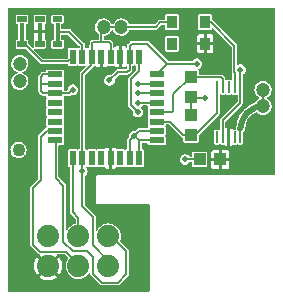
<source format=gtl>
G04 #@! TF.GenerationSoftware,KiCad,Pcbnew,6.0.5-a6ca702e91~116~ubuntu20.04.1*
G04 #@! TF.CreationDate,2022-05-08T17:52:19+03:00*
G04 #@! TF.ProjectId,ict_v361,6963745f-7633-4363-912e-6b696361645f,rev?*
G04 #@! TF.SameCoordinates,Original*
G04 #@! TF.FileFunction,Copper,L1,Top*
G04 #@! TF.FilePolarity,Positive*
%FSLAX46Y46*%
G04 Gerber Fmt 4.6, Leading zero omitted, Abs format (unit mm)*
G04 Created by KiCad (PCBNEW 6.0.5-a6ca702e91~116~ubuntu20.04.1) date 2022-05-08 17:52:19*
%MOMM*%
%LPD*%
G01*
G04 APERTURE LIST*
G04 #@! TA.AperFunction,SMDPad,CuDef*
%ADD10R,1.270000X0.558800*%
G04 #@! TD*
G04 #@! TA.AperFunction,SMDPad,CuDef*
%ADD11R,0.558800X1.270000*%
G04 #@! TD*
G04 #@! TA.AperFunction,SMDPad,CuDef*
%ADD12R,0.250000X1.000000*%
G04 #@! TD*
G04 #@! TA.AperFunction,SMDPad,CuDef*
%ADD13R,0.900000X1.100000*%
G04 #@! TD*
G04 #@! TA.AperFunction,SMDPad,CuDef*
%ADD14R,1.050000X1.080000*%
G04 #@! TD*
G04 #@! TA.AperFunction,ComponentPad*
%ADD15C,1.879600*%
G04 #@! TD*
G04 #@! TA.AperFunction,SMDPad,CuDef*
%ADD16R,1.100000X1.000000*%
G04 #@! TD*
G04 #@! TA.AperFunction,SMDPad,CuDef*
%ADD17R,0.400000X1.600000*%
G04 #@! TD*
G04 #@! TA.AperFunction,ViaPad*
%ADD18C,0.502400*%
G04 #@! TD*
G04 #@! TA.AperFunction,ViaPad*
%ADD19C,1.200000*%
G04 #@! TD*
G04 #@! TA.AperFunction,ViaPad*
%ADD20C,1.100000*%
G04 #@! TD*
G04 #@! TA.AperFunction,Conductor*
%ADD21C,0.203200*%
G04 #@! TD*
G04 #@! TA.AperFunction,Conductor*
%ADD22C,0.508000*%
G04 #@! TD*
G04 APERTURE END LIST*
G36*
X138801100Y-94203600D02*
G01*
X138001100Y-94203600D01*
X138001100Y-93703600D01*
X138801100Y-93703600D01*
X138801100Y-94203600D01*
G37*
G36*
X138801100Y-96303600D02*
G01*
X138001100Y-96303600D01*
X138001100Y-95803600D01*
X138801100Y-95803600D01*
X138801100Y-96303600D01*
G37*
G36*
X141801100Y-94203600D02*
G01*
X141001100Y-94203600D01*
X141001100Y-93703600D01*
X141801100Y-93703600D01*
X141801100Y-94203600D01*
G37*
G36*
X141801100Y-96303600D02*
G01*
X141001100Y-96303600D01*
X141001100Y-95803600D01*
X141801100Y-95803600D01*
X141801100Y-96303600D01*
G37*
G36*
X140301100Y-94203600D02*
G01*
X139501100Y-94203600D01*
X139501100Y-93703600D01*
X140301100Y-93703600D01*
X140301100Y-94203600D01*
G37*
G36*
X140301100Y-96303600D02*
G01*
X139501100Y-96303600D01*
X139501100Y-95803600D01*
X140301100Y-95803600D01*
X140301100Y-96303600D01*
G37*
D10*
X149793700Y-98603600D03*
X149793700Y-99403600D03*
X149793700Y-100203600D03*
X149793700Y-101003600D03*
X149793700Y-101803600D03*
X149793700Y-102603600D03*
X149793700Y-103403600D03*
X149793700Y-104203600D03*
D11*
X148301100Y-105696200D03*
X147501100Y-105696200D03*
X146701100Y-105696200D03*
X145901100Y-105696200D03*
X145101100Y-105696200D03*
X144301100Y-105696200D03*
X143501100Y-105696200D03*
X142701100Y-105696200D03*
D10*
X141208500Y-104203600D03*
X141208500Y-103403600D03*
X141208500Y-102603600D03*
X141208500Y-101803600D03*
X141208500Y-101003600D03*
X141208500Y-100203600D03*
X141208500Y-99403600D03*
X141208500Y-98603600D03*
D11*
X142701100Y-97111000D03*
X143501100Y-97111000D03*
X144301100Y-97111000D03*
X145101100Y-97111000D03*
X145901100Y-97111000D03*
X146701100Y-97111000D03*
X147501100Y-97111000D03*
X148301100Y-97111000D03*
D12*
X156891000Y-103918300D03*
X156391000Y-103918300D03*
X155891000Y-103918300D03*
X155391000Y-103918300D03*
X154891000Y-103918300D03*
X154891000Y-99692100D03*
X155391000Y-99692100D03*
X155891000Y-99692100D03*
X156391000Y-99692100D03*
X156891000Y-99692100D03*
D13*
X151101100Y-96003600D03*
X153901100Y-94203600D03*
X153901100Y-96003600D03*
X151101100Y-94203600D03*
D14*
X155176100Y-105803600D03*
X153426100Y-105803600D03*
D15*
X140621100Y-114843600D03*
X140621100Y-112303600D03*
X143161100Y-114843600D03*
X143161100Y-112303600D03*
X145701100Y-114843600D03*
X145701100Y-112303600D03*
D16*
X152701100Y-100553600D03*
X152701100Y-98853600D03*
X152701100Y-102053600D03*
X152701100Y-103753600D03*
D17*
X138401100Y-95003600D03*
X139901100Y-95003600D03*
X141401100Y-95003600D03*
D18*
X144801100Y-99103600D03*
X138201100Y-106203600D03*
D19*
X138392100Y-101071000D03*
X138392100Y-102471000D03*
D18*
X138301100Y-116103600D03*
X146701100Y-95803600D03*
X145201100Y-104303600D03*
D19*
X156492100Y-94071000D03*
X157492100Y-95571000D03*
D18*
X143901100Y-93703600D03*
X142801100Y-93703600D03*
X153901100Y-97003600D03*
X142701100Y-99103600D03*
X148401100Y-93703600D03*
X146701100Y-99103600D03*
X138201100Y-103803600D03*
X142701100Y-104203600D03*
X152401100Y-97003600D03*
X154001100Y-104003600D03*
X139001100Y-103803600D03*
X139001100Y-106203600D03*
X143901100Y-95003600D03*
X152101100Y-106603600D03*
X140701100Y-96803600D03*
X148401100Y-95403600D03*
X155201100Y-97003600D03*
D19*
X157192100Y-105771000D03*
D18*
X158801100Y-106103600D03*
X144801100Y-100703600D03*
X144801100Y-102603600D03*
X142701100Y-102603600D03*
X142701100Y-100703600D03*
X146701100Y-100703600D03*
X158801100Y-105103600D03*
X158801100Y-104103600D03*
X158801100Y-103103600D03*
X157801100Y-104103600D03*
X157801100Y-103103600D03*
X158801100Y-98103600D03*
X157801100Y-98103600D03*
X158801100Y-97103600D03*
X157801100Y-97103600D03*
X158801100Y-96103600D03*
X158801100Y-95103600D03*
X158801100Y-94103600D03*
X157801100Y-94103600D03*
D19*
X138392100Y-114871000D03*
D18*
X148001100Y-110703600D03*
X148101100Y-115703600D03*
X138401100Y-110503600D03*
X146801100Y-102603600D03*
X146801100Y-104303600D03*
D19*
X138201100Y-97703600D03*
X138201100Y-99203600D03*
D18*
X153901100Y-100603600D03*
X153201100Y-97703600D03*
X156891000Y-98203600D03*
X142701100Y-99903600D03*
X145801100Y-99103600D03*
X148201100Y-99403600D03*
X148201100Y-100203600D03*
X148201100Y-101003600D03*
X147901100Y-103803600D03*
D19*
X145301100Y-94603600D03*
X146801100Y-94603600D03*
D18*
X143501100Y-106803600D03*
X152201100Y-105803600D03*
X148201100Y-101803600D03*
D19*
X158801100Y-101303600D03*
X158801100Y-99903600D03*
D20*
X138101100Y-105003600D03*
D21*
X155391000Y-103918300D02*
X155391000Y-102493500D01*
X155391000Y-102493500D02*
X156891000Y-100993500D01*
X156891000Y-100993500D02*
X156891000Y-99692100D01*
X152701100Y-102053600D02*
X152701100Y-100553600D01*
X147601100Y-97044300D02*
X147501100Y-96944300D01*
X147501100Y-96203600D02*
X147701100Y-96003600D01*
X147701100Y-96003600D02*
X149001100Y-96003600D01*
X149001100Y-96003600D02*
X150701100Y-97703600D01*
X153201100Y-97703600D02*
X150701100Y-97703600D01*
X156891000Y-98203600D02*
X156891000Y-99692100D01*
X141208500Y-100203600D02*
X142401100Y-100203600D01*
X142401100Y-100203600D02*
X142701100Y-99903600D01*
X145801100Y-99103600D02*
X146501100Y-98403600D01*
X146501100Y-98403600D02*
X147301100Y-98403600D01*
X147501100Y-98203600D02*
X147301100Y-98403600D01*
X149793700Y-98603600D02*
X150693700Y-97703600D01*
X150693700Y-97703600D02*
X150701100Y-97703600D01*
X140201100Y-98603600D02*
X140001100Y-98803600D01*
X140001100Y-98803600D02*
X140001100Y-99403600D01*
X140001100Y-99403600D02*
X140001100Y-100003600D01*
X140201100Y-100203600D02*
X141208500Y-100203600D01*
X140001100Y-100003600D02*
X140201100Y-100203600D01*
X141208500Y-99403600D02*
X140001100Y-99403600D01*
X141208500Y-98603600D02*
X140201100Y-98603600D01*
X147501100Y-97111000D02*
X147501100Y-98203600D01*
X147501100Y-97111000D02*
X147567800Y-97044300D01*
X147567800Y-97044300D02*
X147601100Y-97044300D01*
X147501100Y-97111000D02*
X147501100Y-96203600D01*
X152701100Y-100553600D02*
X152751100Y-100603600D01*
X152751100Y-100603600D02*
X153901100Y-100603600D01*
X148201100Y-99403600D02*
X149793700Y-99403600D01*
X149793700Y-100203600D02*
X148201100Y-100203600D01*
X149793700Y-101003600D02*
X148201100Y-101003600D01*
X149929200Y-101772800D02*
X149793700Y-101803600D01*
X155391000Y-99692100D02*
X155391000Y-98993500D01*
X155251100Y-98853600D02*
X152701100Y-98853600D01*
X155391000Y-98993500D02*
X155251100Y-98853600D01*
X152701100Y-98853600D02*
X151201100Y-100253600D01*
X151201100Y-100253600D02*
X151201100Y-101703600D01*
X151201100Y-101703600D02*
X151131900Y-101772800D01*
X151131900Y-101772800D02*
X149929200Y-101772800D01*
X154891000Y-99692100D02*
X154891000Y-101913700D01*
X149793700Y-102603600D02*
X150901100Y-102603600D01*
X152051100Y-103753600D02*
X152701100Y-103753600D01*
X150901100Y-102603600D02*
X152051100Y-103753600D01*
X154891000Y-101913700D02*
X153051100Y-103753600D01*
X153051100Y-103753600D02*
X152701100Y-103753600D01*
X148301100Y-105696200D02*
X148301100Y-104203600D01*
X148301100Y-104203600D02*
X149793700Y-104203600D01*
X147901100Y-103803600D02*
X148301100Y-104203600D01*
X147501100Y-105696200D02*
X147501100Y-104203600D01*
X147501100Y-104203600D02*
X147901100Y-103803600D01*
X149793700Y-103403600D02*
X148301100Y-103403600D01*
X148301100Y-103403600D02*
X147901100Y-103803600D01*
X146134400Y-96911000D02*
X145901100Y-97111000D01*
X143501100Y-105643700D02*
X143501100Y-105696200D01*
X143501100Y-98575800D02*
X143501100Y-105696200D01*
X144246700Y-97830200D02*
X143501100Y-98575800D01*
X144246700Y-97144400D02*
X144246700Y-97830200D01*
X144246700Y-97144400D02*
X144301100Y-97111000D01*
X144301100Y-97111000D02*
X144344000Y-95960700D01*
X144344000Y-95960700D02*
X144401100Y-95903600D01*
X144401100Y-95903600D02*
X145101100Y-95903600D01*
X145101100Y-95903600D02*
X145801100Y-95903600D01*
X145801100Y-95903600D02*
X145901100Y-96003600D01*
X145901100Y-96003600D02*
X145901100Y-97111000D01*
X145101100Y-95903600D02*
X145101100Y-94803600D01*
X145101100Y-94803600D02*
X145301100Y-94603600D01*
X145301100Y-94603600D02*
X146801100Y-94603600D01*
X150101100Y-94203600D02*
X149701100Y-94603600D01*
X146801100Y-94603600D02*
X149701100Y-94603600D01*
X150101100Y-94203600D02*
X151101100Y-94203600D01*
X152201100Y-105803600D02*
X153426100Y-105803600D01*
X145801700Y-114490200D02*
X145801700Y-114761350D01*
X144401100Y-113089600D02*
X145801700Y-114490200D01*
X144401100Y-110682900D02*
X144401100Y-113089600D01*
X143501100Y-109782900D02*
X144401100Y-110682900D01*
X143501100Y-107693766D02*
X143501100Y-107803600D01*
X143501100Y-107803600D02*
X143501100Y-109782900D01*
X145883950Y-114843600D02*
X145801700Y-114761350D01*
X145701100Y-114843600D02*
X145883950Y-114843600D01*
X145883950Y-114843600D02*
X145892525Y-114852175D01*
X143501100Y-105696200D02*
X143501100Y-106803600D01*
X143501100Y-106803600D02*
X143501100Y-107693766D01*
X143161100Y-110740800D02*
X142701100Y-110280800D01*
X143161100Y-110740800D02*
X143161100Y-112303600D01*
X142701100Y-105696200D02*
X142701100Y-110280800D01*
X141208500Y-104203600D02*
X141248700Y-104243800D01*
X141248700Y-104243800D02*
X141248700Y-107388200D01*
X141904400Y-108043900D02*
X141248700Y-107388200D01*
X141904400Y-112769400D02*
X141904400Y-108043900D01*
X142695000Y-113560000D02*
X141904400Y-112769400D01*
X143920500Y-113560000D02*
X142695000Y-113560000D01*
X144401100Y-114040600D02*
X143920500Y-113560000D01*
X144401100Y-115466100D02*
X144401100Y-114040600D01*
X145171500Y-116236500D02*
X144401100Y-115466100D01*
X146497000Y-116236500D02*
X145171500Y-116236500D01*
X147222500Y-115511000D02*
X146497000Y-116236500D01*
X147222500Y-113594900D02*
X147222500Y-115511000D01*
X145945700Y-112318100D02*
X147222500Y-113594900D01*
X145945700Y-112318100D02*
X145901100Y-112318100D01*
X145701100Y-112303600D02*
X145931200Y-112303600D01*
X145931200Y-112303600D02*
X145945700Y-112318100D01*
X140479625Y-103384400D02*
X139986200Y-103877825D01*
X141208500Y-103403600D02*
X141061000Y-103384400D01*
X141061000Y-103384400D02*
X140479625Y-103384400D01*
X139986200Y-107585600D02*
X139327900Y-108243900D01*
X139327900Y-113034500D02*
X139327900Y-108243900D01*
X139897000Y-113603600D02*
X139327900Y-113034500D01*
X142113100Y-113603600D02*
X139897000Y-113603600D01*
X143353100Y-114843600D02*
X142113100Y-113603600D01*
X143355750Y-114846250D02*
X143361100Y-114846250D01*
X139986200Y-103877825D02*
X139986200Y-107585600D01*
X143161100Y-114843600D02*
X143353100Y-114843600D01*
X143353100Y-114843600D02*
X143355750Y-114846250D01*
X138401100Y-95003600D02*
X138401100Y-95803600D01*
X138401100Y-95803600D02*
X140108500Y-97511000D01*
X140108500Y-97511000D02*
X142301100Y-97511000D01*
X142301100Y-97511000D02*
X142701100Y-97111000D01*
X143501100Y-97111000D02*
X143501100Y-96103600D01*
X142401100Y-95003600D02*
X141401100Y-95003600D01*
X143501100Y-96103600D02*
X142401100Y-95003600D01*
X148201100Y-101803600D02*
X147601100Y-101203600D01*
X147601100Y-99003600D02*
X148301100Y-98303600D01*
X148301100Y-98303600D02*
X148301100Y-97111000D01*
X147601100Y-101203600D02*
X147601100Y-99003600D01*
X158801100Y-101303600D02*
X158801100Y-99903600D01*
D22*
X158801100Y-101303600D02*
X158801100Y-101303600D01*
X158801100Y-101303600D02*
X158502295Y-101327117D01*
X158502295Y-101327117D02*
X158210847Y-101397087D01*
X158210847Y-101397087D02*
X157933933Y-101511788D01*
X157933933Y-101511788D02*
X157678371Y-101668397D01*
X157678371Y-101668397D02*
X157450455Y-101863055D01*
X157450455Y-101863055D02*
X157255797Y-102090971D01*
X157255797Y-102090971D02*
X157099188Y-102346533D01*
X157099188Y-102346533D02*
X156984487Y-102623447D01*
X156984487Y-102623447D02*
X156891000Y-103213700D01*
D21*
X156891000Y-103213700D02*
X156891000Y-103918300D01*
X158801100Y-101303600D02*
X158801100Y-101303600D01*
X158801100Y-101303600D02*
X158701100Y-101403600D01*
X156374500Y-98417544D02*
X156391000Y-98434044D01*
X156391000Y-98434044D02*
X156391000Y-99692100D01*
X153901100Y-94203600D02*
X154401100Y-94203600D01*
X156374500Y-96177000D02*
X154401100Y-94203600D01*
X156374500Y-96177000D02*
X156374500Y-98417544D01*
G04 #@! TA.AperFunction,Conductor*
G36*
X159784414Y-93020286D02*
G01*
X159799000Y-93055500D01*
X159799000Y-107051700D01*
X159784414Y-107086914D01*
X159749200Y-107101500D01*
X144767926Y-107101500D01*
X144761543Y-107106137D01*
X144761544Y-107106137D01*
X144760550Y-107106859D01*
X144746669Y-107113931D01*
X144745502Y-107114310D01*
X144745499Y-107114312D01*
X144737999Y-107116749D01*
X144733363Y-107123130D01*
X144733362Y-107123131D01*
X144732640Y-107124125D01*
X144721625Y-107135140D01*
X144714249Y-107140499D01*
X144711812Y-107147999D01*
X144711810Y-107148002D01*
X144711431Y-107149169D01*
X144704359Y-107163050D01*
X144699000Y-107170426D01*
X144699000Y-109536774D01*
X144703637Y-109543156D01*
X144704359Y-109544150D01*
X144711431Y-109558031D01*
X144711810Y-109559198D01*
X144711812Y-109559201D01*
X144714249Y-109566701D01*
X144720630Y-109571337D01*
X144720631Y-109571338D01*
X144721625Y-109572060D01*
X144732640Y-109583075D01*
X144737999Y-109590451D01*
X144745499Y-109592888D01*
X144745502Y-109592890D01*
X144746669Y-109593269D01*
X144760550Y-109600341D01*
X144767926Y-109605700D01*
X149149200Y-109605700D01*
X149184414Y-109620286D01*
X149199000Y-109655500D01*
X149199000Y-116951700D01*
X149184414Y-116986914D01*
X149149200Y-117001500D01*
X137253000Y-117001500D01*
X137217786Y-116986914D01*
X137203200Y-116951700D01*
X137203200Y-115775479D01*
X139872363Y-115775479D01*
X139873933Y-115779270D01*
X140047513Y-115895252D01*
X140051507Y-115897420D01*
X140248763Y-115982169D01*
X140253093Y-115983576D01*
X140462486Y-116030957D01*
X140466996Y-116031551D01*
X140681524Y-116039979D01*
X140686063Y-116039742D01*
X140898541Y-116008934D01*
X140902950Y-116007875D01*
X141106248Y-115938865D01*
X141110416Y-115937009D01*
X141297724Y-115832112D01*
X141301475Y-115829534D01*
X141362930Y-115778421D01*
X141366461Y-115771710D01*
X141364790Y-115766329D01*
X140628104Y-115029643D01*
X140621100Y-115026742D01*
X140614096Y-115029643D01*
X139875264Y-115768475D01*
X139872363Y-115775479D01*
X137203200Y-115775479D01*
X137203200Y-114814518D01*
X139423549Y-114814518D01*
X139437591Y-115028750D01*
X139438301Y-115033234D01*
X139491150Y-115241328D01*
X139492665Y-115245607D01*
X139582551Y-115440585D01*
X139584821Y-115444516D01*
X139685244Y-115586613D01*
X139691654Y-115590657D01*
X139695983Y-115589678D01*
X140435057Y-114850604D01*
X140437958Y-114843600D01*
X140804242Y-114843600D01*
X140807143Y-114850604D01*
X141542582Y-115586043D01*
X141549586Y-115588944D01*
X141554792Y-115586788D01*
X141607034Y-115523975D01*
X141609612Y-115520224D01*
X141714509Y-115332916D01*
X141716365Y-115328748D01*
X141785375Y-115125450D01*
X141786434Y-115121041D01*
X141817359Y-114907750D01*
X141817607Y-114904841D01*
X141819173Y-114845061D01*
X141819077Y-114842143D01*
X141799358Y-114627537D01*
X141798529Y-114623062D01*
X141740253Y-114416432D01*
X141738623Y-114412187D01*
X141643670Y-114219641D01*
X141641289Y-114215756D01*
X141556027Y-114101576D01*
X141549511Y-114097699D01*
X141544858Y-114098881D01*
X140807143Y-114836596D01*
X140804242Y-114843600D01*
X140437958Y-114843600D01*
X140435057Y-114836596D01*
X139699653Y-114101192D01*
X139692649Y-114098291D01*
X139687846Y-114100280D01*
X139617692Y-114189271D01*
X139615217Y-114193082D01*
X139515255Y-114383078D01*
X139513512Y-114387287D01*
X139449849Y-114592317D01*
X139448902Y-114596768D01*
X139423668Y-114809970D01*
X139423549Y-114814518D01*
X137203200Y-114814518D01*
X137203200Y-104996453D01*
X137418661Y-104996453D01*
X137418990Y-104999433D01*
X137418990Y-104999436D01*
X137420201Y-105010400D01*
X137436656Y-105159444D01*
X137493009Y-105313438D01*
X137584469Y-105449544D01*
X137705755Y-105559905D01*
X137849864Y-105638150D01*
X137852764Y-105638911D01*
X137852767Y-105638912D01*
X138005575Y-105679001D01*
X138005578Y-105679001D01*
X138008477Y-105679762D01*
X138079658Y-105680880D01*
X138169437Y-105682290D01*
X138169438Y-105682290D01*
X138172438Y-105682337D01*
X138175362Y-105681667D01*
X138175365Y-105681667D01*
X138252359Y-105664033D01*
X138332281Y-105645729D01*
X138478776Y-105572049D01*
X138481058Y-105570100D01*
X138481061Y-105570098D01*
X138541122Y-105518801D01*
X138603469Y-105465552D01*
X138605659Y-105462505D01*
X138697407Y-105334822D01*
X138697407Y-105334821D01*
X138699158Y-105332385D01*
X138760321Y-105180238D01*
X138783426Y-105017893D01*
X138783505Y-105010400D01*
X138783559Y-105005238D01*
X138783559Y-105005235D01*
X138783576Y-105003600D01*
X138763876Y-104840807D01*
X138762815Y-104837999D01*
X138762814Y-104837995D01*
X138706974Y-104690219D01*
X138706973Y-104690217D01*
X138705913Y-104687412D01*
X138703493Y-104683890D01*
X138648626Y-104604059D01*
X138613033Y-104552271D01*
X138490598Y-104443185D01*
X138345678Y-104366454D01*
X138186637Y-104326506D01*
X138183633Y-104326490D01*
X138183631Y-104326490D01*
X138107024Y-104326089D01*
X138022658Y-104325647D01*
X137863208Y-104363928D01*
X137717492Y-104439137D01*
X137593921Y-104546934D01*
X137499632Y-104681095D01*
X137498543Y-104683888D01*
X137498542Y-104683890D01*
X137478279Y-104735861D01*
X137440065Y-104833875D01*
X137439673Y-104836849D01*
X137439673Y-104836851D01*
X137439152Y-104840807D01*
X137418661Y-104996453D01*
X137203200Y-104996453D01*
X137203200Y-99193378D01*
X137469068Y-99193378D01*
X137484995Y-99355813D01*
X137536513Y-99510682D01*
X137621062Y-99650289D01*
X137622998Y-99652294D01*
X137622999Y-99652295D01*
X137732508Y-99765695D01*
X137732511Y-99765698D01*
X137734440Y-99767695D01*
X137736762Y-99769214D01*
X137736765Y-99769217D01*
X137788350Y-99802973D01*
X137871011Y-99857065D01*
X137908947Y-99871173D01*
X138021379Y-99912986D01*
X138021381Y-99912987D01*
X138023988Y-99913956D01*
X138185768Y-99935542D01*
X138188537Y-99935290D01*
X138188539Y-99935290D01*
X138345541Y-99921002D01*
X138348310Y-99920750D01*
X138432552Y-99893378D01*
X138500892Y-99871173D01*
X138500894Y-99871172D01*
X138503535Y-99870314D01*
X138505924Y-99868890D01*
X138641338Y-99788168D01*
X138641342Y-99788165D01*
X138643729Y-99786742D01*
X138645741Y-99784826D01*
X138645745Y-99784823D01*
X138739481Y-99695558D01*
X138761923Y-99674187D01*
X138763460Y-99671873D01*
X138763463Y-99671870D01*
X138850703Y-99540563D01*
X138850704Y-99540560D01*
X138852244Y-99538243D01*
X138853231Y-99535645D01*
X138853233Y-99535641D01*
X138909213Y-99388274D01*
X138909214Y-99388271D01*
X138910203Y-99385667D01*
X138930637Y-99240275D01*
X138932700Y-99225594D01*
X138932700Y-99225592D01*
X138932918Y-99224042D01*
X138933203Y-99203600D01*
X138918301Y-99070742D01*
X138915320Y-99044166D01*
X138915320Y-99044164D01*
X138915010Y-99041404D01*
X138912506Y-99034211D01*
X138878592Y-98936826D01*
X138861334Y-98887269D01*
X138795337Y-98781651D01*
X138776319Y-98751216D01*
X138776318Y-98751214D01*
X138774844Y-98748856D01*
X138750989Y-98724833D01*
X138697566Y-98671036D01*
X138659839Y-98633044D01*
X138657498Y-98631558D01*
X138657495Y-98631556D01*
X138541229Y-98557772D01*
X138522033Y-98545590D01*
X138393639Y-98499871D01*
X138365359Y-98474318D01*
X138363430Y-98436252D01*
X138388984Y-98407971D01*
X138394956Y-98405594D01*
X138500892Y-98371173D01*
X138500894Y-98371172D01*
X138503535Y-98370314D01*
X138515400Y-98363241D01*
X138641338Y-98288168D01*
X138641342Y-98288165D01*
X138643729Y-98286742D01*
X138645741Y-98284826D01*
X138645745Y-98284823D01*
X138700922Y-98232278D01*
X138761923Y-98174187D01*
X138763460Y-98171873D01*
X138763463Y-98171870D01*
X138850703Y-98040563D01*
X138850704Y-98040560D01*
X138852244Y-98038243D01*
X138853231Y-98035645D01*
X138853233Y-98035641D01*
X138909213Y-97888274D01*
X138909214Y-97888271D01*
X138910203Y-97885667D01*
X138927730Y-97760956D01*
X138932700Y-97725594D01*
X138932700Y-97725592D01*
X138932918Y-97724042D01*
X138933203Y-97703600D01*
X138919034Y-97577277D01*
X138915320Y-97544166D01*
X138915320Y-97544164D01*
X138915010Y-97541404D01*
X138912506Y-97534211D01*
X138862248Y-97389895D01*
X138861334Y-97387269D01*
X138781483Y-97259480D01*
X138776319Y-97251216D01*
X138776318Y-97251214D01*
X138774844Y-97248856D01*
X138659839Y-97133044D01*
X138657498Y-97131558D01*
X138657495Y-97131556D01*
X138524382Y-97047081D01*
X138522033Y-97045590D01*
X138368276Y-96990840D01*
X138206211Y-96971515D01*
X138203442Y-96971806D01*
X138203440Y-96971806D01*
X138046659Y-96988284D01*
X138046657Y-96988284D01*
X138043892Y-96988575D01*
X138041262Y-96989470D01*
X138041259Y-96989471D01*
X137892023Y-97040275D01*
X137892021Y-97040276D01*
X137889386Y-97041173D01*
X137887016Y-97042631D01*
X137887014Y-97042632D01*
X137856932Y-97061139D01*
X137750372Y-97126695D01*
X137633761Y-97240889D01*
X137632254Y-97243228D01*
X137632252Y-97243230D01*
X137556454Y-97360846D01*
X137545347Y-97378081D01*
X137544396Y-97380694D01*
X137544395Y-97380696D01*
X137515127Y-97461110D01*
X137489524Y-97531452D01*
X137489176Y-97534207D01*
X137489175Y-97534211D01*
X137469417Y-97690614D01*
X137469068Y-97693378D01*
X137484995Y-97855813D01*
X137485874Y-97858454D01*
X137485874Y-97858456D01*
X137500356Y-97901989D01*
X137536513Y-98010682D01*
X137621062Y-98150289D01*
X137622998Y-98152294D01*
X137622999Y-98152295D01*
X137732508Y-98265695D01*
X137732511Y-98265698D01*
X137734440Y-98267695D01*
X137736762Y-98269214D01*
X137736765Y-98269217D01*
X137810938Y-98317754D01*
X137871011Y-98357065D01*
X137917710Y-98374432D01*
X138007171Y-98407702D01*
X138035092Y-98433648D01*
X138036489Y-98471738D01*
X138010543Y-98499659D01*
X138005865Y-98501520D01*
X137980460Y-98510169D01*
X137892023Y-98540275D01*
X137892021Y-98540276D01*
X137889386Y-98541173D01*
X137887016Y-98542631D01*
X137887014Y-98542632D01*
X137861236Y-98558491D01*
X137750372Y-98626695D01*
X137694773Y-98681142D01*
X137683914Y-98691776D01*
X137633761Y-98740889D01*
X137632254Y-98743228D01*
X137632252Y-98743230D01*
X137550098Y-98870709D01*
X137545347Y-98878081D01*
X137544396Y-98880694D01*
X137544395Y-98880696D01*
X137490989Y-99027428D01*
X137489524Y-99031452D01*
X137489176Y-99034207D01*
X137489175Y-99034211D01*
X137469430Y-99190511D01*
X137469068Y-99193378D01*
X137203200Y-99193378D01*
X137203200Y-96322323D01*
X137869543Y-96322323D01*
X137872504Y-96328835D01*
X137872504Y-96328837D01*
X137879829Y-96344948D01*
X137882281Y-96351539D01*
X137886445Y-96365731D01*
X137889278Y-96375389D01*
X137894680Y-96380077D01*
X137895978Y-96382099D01*
X137897547Y-96383917D01*
X137900508Y-96390428D01*
X137912515Y-96398181D01*
X137921384Y-96403908D01*
X137927009Y-96408131D01*
X137945783Y-96424422D01*
X137952863Y-96425448D01*
X137956060Y-96426912D01*
X137956880Y-96427361D01*
X137958850Y-96428100D01*
X137963359Y-96431011D01*
X137963973Y-96431100D01*
X137988248Y-96431100D01*
X137995394Y-96431615D01*
X138012744Y-96434131D01*
X138012745Y-96434131D01*
X138019823Y-96435157D01*
X138026335Y-96432196D01*
X138030544Y-96431597D01*
X138037562Y-96431100D01*
X138683976Y-96431100D01*
X138719190Y-96445686D01*
X139941333Y-97667829D01*
X139943128Y-97669720D01*
X139970830Y-97700486D01*
X139995271Y-97711368D01*
X140002129Y-97715092D01*
X140024563Y-97729661D01*
X140029732Y-97730480D01*
X140029733Y-97730480D01*
X140034272Y-97731198D01*
X140036392Y-97731534D01*
X140048858Y-97735227D01*
X140059803Y-97740100D01*
X140086551Y-97740100D01*
X140094342Y-97740713D01*
X140120758Y-97744897D01*
X140125815Y-97743542D01*
X140125816Y-97743542D01*
X140132328Y-97741797D01*
X140145217Y-97740100D01*
X142249659Y-97740100D01*
X142284873Y-97754686D01*
X142298502Y-97780184D01*
X142301598Y-97795748D01*
X142329778Y-97837922D01*
X142371952Y-97866102D01*
X142376761Y-97867059D01*
X142376762Y-97867059D01*
X142406744Y-97873023D01*
X142409142Y-97873500D01*
X142993058Y-97873500D01*
X142995456Y-97873023D01*
X143025438Y-97867059D01*
X143025439Y-97867059D01*
X143030248Y-97866102D01*
X143072422Y-97837922D01*
X143073718Y-97839861D01*
X143101100Y-97828519D01*
X143128482Y-97839861D01*
X143129778Y-97837922D01*
X143171952Y-97866102D01*
X143176761Y-97867059D01*
X143176762Y-97867059D01*
X143206744Y-97873023D01*
X143209142Y-97873500D01*
X143759175Y-97873500D01*
X143794389Y-97888086D01*
X143808975Y-97923300D01*
X143794389Y-97958514D01*
X143344261Y-98408642D01*
X143342370Y-98410437D01*
X143324995Y-98426082D01*
X143311614Y-98438130D01*
X143300730Y-98462575D01*
X143297013Y-98469421D01*
X143282439Y-98491864D01*
X143281621Y-98497031D01*
X143281620Y-98497033D01*
X143280566Y-98503691D01*
X143276873Y-98516158D01*
X143272000Y-98527103D01*
X143272000Y-98553851D01*
X143271387Y-98561642D01*
X143268734Y-98578395D01*
X143267203Y-98588058D01*
X143268558Y-98593115D01*
X143268558Y-98593116D01*
X143270303Y-98599628D01*
X143272000Y-98612517D01*
X143272000Y-104883900D01*
X143257414Y-104919114D01*
X143222200Y-104933700D01*
X143209142Y-104933700D01*
X143206744Y-104934177D01*
X143176762Y-104940141D01*
X143176761Y-104940141D01*
X143171952Y-104941098D01*
X143129778Y-104969278D01*
X143128482Y-104967339D01*
X143101100Y-104978681D01*
X143073718Y-104967339D01*
X143072422Y-104969278D01*
X143034326Y-104943823D01*
X143034327Y-104943823D01*
X143030248Y-104941098D01*
X143025439Y-104940141D01*
X143025438Y-104940141D01*
X142995456Y-104934177D01*
X142993058Y-104933700D01*
X142409142Y-104933700D01*
X142406744Y-104934177D01*
X142376762Y-104940141D01*
X142376761Y-104940141D01*
X142371952Y-104941098D01*
X142329778Y-104969278D01*
X142301598Y-105011452D01*
X142300641Y-105016261D01*
X142300641Y-105016262D01*
X142294677Y-105046244D01*
X142294200Y-105048642D01*
X142294200Y-106343758D01*
X142301598Y-106380948D01*
X142329778Y-106423122D01*
X142371952Y-106451302D01*
X142376761Y-106452259D01*
X142376762Y-106452259D01*
X142406744Y-106458223D01*
X142409142Y-106458700D01*
X142422200Y-106458700D01*
X142457414Y-106473286D01*
X142472000Y-106508500D01*
X142472000Y-110273503D01*
X142471932Y-110276108D01*
X142469766Y-110317439D01*
X142471641Y-110322323D01*
X142471641Y-110322325D01*
X142479349Y-110342406D01*
X142481568Y-110349896D01*
X142487131Y-110376065D01*
X142490209Y-110380301D01*
X142494171Y-110385754D01*
X142500374Y-110397180D01*
X142502790Y-110403474D01*
X142502792Y-110403478D01*
X142504668Y-110408364D01*
X142523582Y-110427278D01*
X142528657Y-110433220D01*
X142541302Y-110450625D01*
X142541303Y-110450626D01*
X142544378Y-110454858D01*
X142548909Y-110457474D01*
X142548910Y-110457475D01*
X142554751Y-110460847D01*
X142565065Y-110468761D01*
X142917414Y-110821110D01*
X142932000Y-110856324D01*
X142932000Y-111221159D01*
X142917414Y-111256373D01*
X142896262Y-111268932D01*
X142835984Y-111286673D01*
X142761681Y-111308542D01*
X142761678Y-111308543D01*
X142759348Y-111309229D01*
X142573858Y-111406200D01*
X142571965Y-111407722D01*
X142571962Y-111407724D01*
X142425434Y-111525536D01*
X142410736Y-111537354D01*
X142276195Y-111697693D01*
X142275019Y-111699831D01*
X142275019Y-111699832D01*
X142226940Y-111787287D01*
X142197194Y-111811119D01*
X142159309Y-111806936D01*
X142135477Y-111777190D01*
X142133500Y-111763296D01*
X142133500Y-108051206D01*
X142133568Y-108048600D01*
X142135460Y-108012487D01*
X142135734Y-108007261D01*
X142126151Y-107982294D01*
X142123932Y-107974804D01*
X142119458Y-107953756D01*
X142119457Y-107953754D01*
X142118369Y-107948635D01*
X142111328Y-107938945D01*
X142105126Y-107927520D01*
X142102710Y-107921226D01*
X142102708Y-107921222D01*
X142100832Y-107916336D01*
X142081918Y-107897422D01*
X142076843Y-107891480D01*
X142064198Y-107874075D01*
X142064197Y-107874074D01*
X142061122Y-107869842D01*
X142056591Y-107867226D01*
X142056590Y-107867225D01*
X142050749Y-107863853D01*
X142040435Y-107855939D01*
X141492386Y-107307889D01*
X141477800Y-107272675D01*
X141477800Y-104660300D01*
X141492386Y-104625086D01*
X141527600Y-104610500D01*
X141856058Y-104610500D01*
X141858456Y-104610023D01*
X141888438Y-104604059D01*
X141888439Y-104604059D01*
X141893248Y-104603102D01*
X141935422Y-104574922D01*
X141963602Y-104532748D01*
X141971000Y-104495558D01*
X141971000Y-103911642D01*
X141966718Y-103890114D01*
X141964559Y-103879262D01*
X141964559Y-103879261D01*
X141963602Y-103874452D01*
X141935422Y-103832278D01*
X141937361Y-103830982D01*
X141926019Y-103803600D01*
X141937361Y-103776218D01*
X141935422Y-103774922D01*
X141960877Y-103736826D01*
X141963602Y-103732748D01*
X141971000Y-103695558D01*
X141971000Y-103111642D01*
X141963602Y-103074452D01*
X141935422Y-103032278D01*
X141937361Y-103030982D01*
X141926019Y-103003600D01*
X141937361Y-102976218D01*
X141935422Y-102974922D01*
X141960877Y-102936826D01*
X141963602Y-102932748D01*
X141971000Y-102895558D01*
X141971000Y-102311642D01*
X141963602Y-102274452D01*
X141935422Y-102232278D01*
X141937361Y-102230982D01*
X141926019Y-102203600D01*
X141937361Y-102176218D01*
X141935422Y-102174922D01*
X141937726Y-102171474D01*
X141963602Y-102132748D01*
X141971000Y-102095558D01*
X141971000Y-101511642D01*
X141963602Y-101474452D01*
X141935422Y-101432278D01*
X141937361Y-101430982D01*
X141926019Y-101403600D01*
X141937361Y-101376218D01*
X141935422Y-101374922D01*
X141953901Y-101347266D01*
X141963602Y-101332748D01*
X141971000Y-101295558D01*
X141971000Y-100711642D01*
X141963602Y-100674452D01*
X141935422Y-100632278D01*
X141937361Y-100630982D01*
X141926019Y-100603600D01*
X141937361Y-100576218D01*
X141935422Y-100574922D01*
X141960877Y-100536826D01*
X141963602Y-100532748D01*
X141971000Y-100495558D01*
X141971000Y-100482500D01*
X141985586Y-100447286D01*
X142020800Y-100432700D01*
X142393803Y-100432700D01*
X142396408Y-100432768D01*
X142437739Y-100434934D01*
X142442623Y-100433059D01*
X142442625Y-100433059D01*
X142462706Y-100425351D01*
X142470196Y-100423132D01*
X142491244Y-100418658D01*
X142491246Y-100418657D01*
X142496365Y-100417569D01*
X142506055Y-100410528D01*
X142517480Y-100404326D01*
X142523774Y-100401910D01*
X142523778Y-100401908D01*
X142528664Y-100400032D01*
X142547578Y-100381118D01*
X142553520Y-100376043D01*
X142570924Y-100363398D01*
X142575158Y-100360322D01*
X142575480Y-100359764D01*
X142607631Y-100344427D01*
X142622255Y-100346268D01*
X142622255Y-100346266D01*
X142622313Y-100346275D01*
X142625088Y-100346625D01*
X142629141Y-100347891D01*
X142632686Y-100347956D01*
X142753183Y-100350165D01*
X142756731Y-100350230D01*
X142771238Y-100346275D01*
X142876428Y-100317597D01*
X142876430Y-100317596D01*
X142879849Y-100316664D01*
X142938091Y-100280903D01*
X142985580Y-100251745D01*
X142985583Y-100251743D01*
X142988597Y-100249892D01*
X143000907Y-100236292D01*
X143071854Y-100157912D01*
X143071856Y-100157910D01*
X143074234Y-100155282D01*
X143129875Y-100040440D01*
X143151047Y-99914596D01*
X143151181Y-99903600D01*
X143150394Y-99898101D01*
X143133593Y-99780789D01*
X143133090Y-99777277D01*
X143080272Y-99661110D01*
X142996972Y-99564435D01*
X142889887Y-99495027D01*
X142767626Y-99458463D01*
X142764079Y-99458441D01*
X142764077Y-99458441D01*
X142706127Y-99458087D01*
X142640017Y-99457683D01*
X142517318Y-99492751D01*
X142409394Y-99560846D01*
X142324919Y-99656495D01*
X142316613Y-99674187D01*
X142272193Y-99768796D01*
X142272192Y-99768799D01*
X142270685Y-99772009D01*
X142251053Y-99898101D01*
X142253210Y-99914596D01*
X142253687Y-99918243D01*
X142243790Y-99955051D01*
X142210764Y-99974080D01*
X142204307Y-99974500D01*
X142020800Y-99974500D01*
X141985586Y-99959914D01*
X141971000Y-99924700D01*
X141971000Y-99911642D01*
X141963602Y-99874452D01*
X141935422Y-99832278D01*
X141937361Y-99830982D01*
X141926019Y-99803600D01*
X141937361Y-99776218D01*
X141935422Y-99774922D01*
X141960877Y-99736826D01*
X141963602Y-99732748D01*
X141971000Y-99695558D01*
X141971000Y-99111642D01*
X141967267Y-99092875D01*
X141964559Y-99079262D01*
X141964559Y-99079261D01*
X141963602Y-99074452D01*
X141935422Y-99032278D01*
X141937361Y-99030982D01*
X141926019Y-99003600D01*
X141937361Y-98976218D01*
X141935422Y-98974922D01*
X141956111Y-98943959D01*
X141963602Y-98932748D01*
X141965177Y-98924833D01*
X141970523Y-98897956D01*
X141971000Y-98895558D01*
X141971000Y-98311642D01*
X141968639Y-98299774D01*
X141964559Y-98279262D01*
X141964559Y-98279261D01*
X141963602Y-98274452D01*
X141945299Y-98247060D01*
X141938147Y-98236356D01*
X141935422Y-98232278D01*
X141925352Y-98225549D01*
X141903381Y-98210869D01*
X141893248Y-98204098D01*
X141888439Y-98203141D01*
X141888438Y-98203141D01*
X141858456Y-98197177D01*
X141856058Y-98196700D01*
X140560942Y-98196700D01*
X140558544Y-98197177D01*
X140528562Y-98203141D01*
X140528561Y-98203141D01*
X140523752Y-98204098D01*
X140513619Y-98210869D01*
X140491649Y-98225549D01*
X140481578Y-98232278D01*
X140478853Y-98236356D01*
X140471701Y-98247060D01*
X140453398Y-98274452D01*
X140452441Y-98279261D01*
X140452441Y-98279262D01*
X140448361Y-98299774D01*
X140446000Y-98311642D01*
X140446000Y-98324700D01*
X140431414Y-98359914D01*
X140396200Y-98374500D01*
X140208406Y-98374500D01*
X140205800Y-98374432D01*
X140200246Y-98374141D01*
X140164461Y-98372266D01*
X140159577Y-98374141D01*
X140159575Y-98374141D01*
X140139494Y-98381849D01*
X140132004Y-98384068D01*
X140110956Y-98388542D01*
X140110954Y-98388543D01*
X140105835Y-98389631D01*
X140101598Y-98392709D01*
X140101599Y-98392709D01*
X140096146Y-98396671D01*
X140084720Y-98402874D01*
X140078426Y-98405290D01*
X140078422Y-98405292D01*
X140073536Y-98407168D01*
X140054622Y-98426082D01*
X140048680Y-98431157D01*
X140031275Y-98443802D01*
X140031274Y-98443803D01*
X140027042Y-98446878D01*
X140024426Y-98451409D01*
X140024425Y-98451410D01*
X140021053Y-98457251D01*
X140013139Y-98467565D01*
X139926852Y-98553851D01*
X139844252Y-98636451D01*
X139842361Y-98638245D01*
X139811614Y-98665930D01*
X139800730Y-98690375D01*
X139797013Y-98697221D01*
X139782439Y-98719664D01*
X139781621Y-98724831D01*
X139781620Y-98724833D01*
X139780566Y-98731491D01*
X139776873Y-98743958D01*
X139772000Y-98754903D01*
X139772000Y-98781651D01*
X139771387Y-98789442D01*
X139767203Y-98815858D01*
X139768558Y-98820915D01*
X139768558Y-98820916D01*
X139770303Y-98827428D01*
X139772000Y-98840317D01*
X139772000Y-99388986D01*
X139771727Y-99394190D01*
X139768165Y-99428082D01*
X139769782Y-99433058D01*
X139770003Y-99435164D01*
X139772000Y-99447774D01*
X139772000Y-99996303D01*
X139771932Y-99998908D01*
X139769766Y-100040239D01*
X139771641Y-100045123D01*
X139771641Y-100045125D01*
X139779349Y-100065206D01*
X139781568Y-100072696D01*
X139784880Y-100088274D01*
X139787131Y-100098865D01*
X139790209Y-100103101D01*
X139794171Y-100108554D01*
X139800374Y-100119980D01*
X139802790Y-100126274D01*
X139802792Y-100126278D01*
X139804668Y-100131164D01*
X139823582Y-100150078D01*
X139828657Y-100156020D01*
X139841302Y-100173425D01*
X139841303Y-100173426D01*
X139844378Y-100177658D01*
X139848909Y-100180274D01*
X139848910Y-100180275D01*
X139854751Y-100183647D01*
X139865065Y-100191561D01*
X139953254Y-100279751D01*
X140033951Y-100360448D01*
X140035745Y-100362339D01*
X140063430Y-100393086D01*
X140068211Y-100395215D01*
X140068213Y-100395216D01*
X140087859Y-100403963D01*
X140094725Y-100407691D01*
X140109937Y-100417569D01*
X140117164Y-100422262D01*
X140122334Y-100423081D01*
X140122335Y-100423081D01*
X140125354Y-100423559D01*
X140128994Y-100424135D01*
X140141461Y-100427828D01*
X140152403Y-100432700D01*
X140179151Y-100432700D01*
X140186940Y-100433313D01*
X140213359Y-100437497D01*
X140218416Y-100436142D01*
X140218417Y-100436142D01*
X140224929Y-100434397D01*
X140237818Y-100432700D01*
X140396200Y-100432700D01*
X140431414Y-100447286D01*
X140446000Y-100482500D01*
X140446000Y-100495558D01*
X140453398Y-100532748D01*
X140456123Y-100536826D01*
X140481578Y-100574922D01*
X140479639Y-100576218D01*
X140490981Y-100603600D01*
X140479639Y-100630982D01*
X140481578Y-100632278D01*
X140453398Y-100674452D01*
X140446000Y-100711642D01*
X140446000Y-101295558D01*
X140453398Y-101332748D01*
X140463099Y-101347266D01*
X140481578Y-101374922D01*
X140479639Y-101376218D01*
X140490981Y-101403600D01*
X140479639Y-101430982D01*
X140481578Y-101432278D01*
X140453398Y-101474452D01*
X140446000Y-101511642D01*
X140446000Y-102095558D01*
X140453398Y-102132748D01*
X140479274Y-102171474D01*
X140481578Y-102174922D01*
X140479639Y-102176218D01*
X140490981Y-102203600D01*
X140479639Y-102230982D01*
X140481578Y-102232278D01*
X140453398Y-102274452D01*
X140446000Y-102311642D01*
X140446000Y-102895558D01*
X140453398Y-102932748D01*
X140456123Y-102936826D01*
X140481578Y-102974922D01*
X140479639Y-102976218D01*
X140490981Y-103003600D01*
X140479639Y-103030982D01*
X140481578Y-103032278D01*
X140453398Y-103074452D01*
X140446000Y-103111642D01*
X140446000Y-103117002D01*
X140431414Y-103152216D01*
X140406553Y-103165714D01*
X140384360Y-103170431D01*
X140374875Y-103177323D01*
X140374671Y-103177471D01*
X140363245Y-103183674D01*
X140356951Y-103186090D01*
X140356947Y-103186092D01*
X140352061Y-103187968D01*
X140333147Y-103206882D01*
X140327205Y-103211957D01*
X140309800Y-103224602D01*
X140309799Y-103224603D01*
X140305567Y-103227678D01*
X140302951Y-103232209D01*
X140302950Y-103232210D01*
X140299578Y-103238051D01*
X140291664Y-103248365D01*
X139829352Y-103710676D01*
X139827461Y-103712470D01*
X139796714Y-103740155D01*
X139785830Y-103764600D01*
X139782113Y-103771446D01*
X139767539Y-103793889D01*
X139766721Y-103799056D01*
X139766720Y-103799058D01*
X139765666Y-103805716D01*
X139761973Y-103818183D01*
X139757100Y-103829128D01*
X139757100Y-103855876D01*
X139756487Y-103863667D01*
X139752303Y-103890083D01*
X139753658Y-103895140D01*
X139753658Y-103895141D01*
X139755403Y-103901653D01*
X139757100Y-103914542D01*
X139757100Y-107470076D01*
X139742514Y-107505290D01*
X139171061Y-108076742D01*
X139169170Y-108078537D01*
X139138414Y-108106230D01*
X139127530Y-108130675D01*
X139123813Y-108137521D01*
X139109239Y-108159964D01*
X139108421Y-108165131D01*
X139108420Y-108165133D01*
X139107366Y-108171791D01*
X139103673Y-108184258D01*
X139098800Y-108195203D01*
X139098800Y-108221951D01*
X139098187Y-108229742D01*
X139094003Y-108256158D01*
X139095358Y-108261215D01*
X139095358Y-108261216D01*
X139097103Y-108267728D01*
X139098800Y-108280617D01*
X139098800Y-113027203D01*
X139098732Y-113029808D01*
X139096566Y-113071139D01*
X139098441Y-113076023D01*
X139098441Y-113076025D01*
X139106149Y-113096106D01*
X139108368Y-113103596D01*
X139112306Y-113122119D01*
X139113931Y-113129765D01*
X139117009Y-113134001D01*
X139120971Y-113139454D01*
X139127174Y-113150880D01*
X139129590Y-113157174D01*
X139129592Y-113157178D01*
X139131468Y-113162064D01*
X139150382Y-113180978D01*
X139155457Y-113186920D01*
X139168102Y-113204325D01*
X139168103Y-113204326D01*
X139171178Y-113208558D01*
X139175709Y-113211174D01*
X139175710Y-113211175D01*
X139181551Y-113214547D01*
X139191865Y-113222461D01*
X139729851Y-113760447D01*
X139731645Y-113762338D01*
X139759330Y-113793086D01*
X139764114Y-113795216D01*
X139783759Y-113803963D01*
X139790625Y-113807691D01*
X139808673Y-113819411D01*
X139808675Y-113819412D01*
X139813064Y-113822262D01*
X139818230Y-113823080D01*
X139818232Y-113823081D01*
X139822640Y-113823779D01*
X139824897Y-113824136D01*
X139837361Y-113827828D01*
X139848303Y-113832700D01*
X139849082Y-113832700D01*
X139878498Y-113852919D01*
X139885444Y-113890396D01*
X139881396Y-113902068D01*
X139875558Y-113913906D01*
X139878643Y-113922104D01*
X140614096Y-114657557D01*
X140621100Y-114660458D01*
X140628104Y-114657557D01*
X141365349Y-113920312D01*
X141368030Y-113913840D01*
X141363051Y-113902458D01*
X141362302Y-113864350D01*
X141388719Y-113836874D01*
X141408677Y-113832700D01*
X141997576Y-113832700D01*
X142032790Y-113847286D01*
X142310998Y-114125494D01*
X142325584Y-114160708D01*
X142313933Y-114192719D01*
X142304573Y-114203874D01*
X142276195Y-114237693D01*
X142175360Y-114421111D01*
X142174625Y-114423427D01*
X142174624Y-114423430D01*
X142112809Y-114618297D01*
X142112808Y-114618302D01*
X142112072Y-114620622D01*
X142111801Y-114623041D01*
X142111800Y-114623044D01*
X142090323Y-114814518D01*
X142088741Y-114828626D01*
X142092395Y-114872144D01*
X142105377Y-115026742D01*
X142106255Y-115037200D01*
X142163948Y-115238400D01*
X142165060Y-115240565D01*
X142165061Y-115240566D01*
X142184041Y-115277496D01*
X142259623Y-115424563D01*
X142389634Y-115588596D01*
X142391487Y-115590173D01*
X142391488Y-115590174D01*
X142423449Y-115617375D01*
X142549030Y-115724253D01*
X142551152Y-115725439D01*
X142551155Y-115725441D01*
X142624316Y-115766329D01*
X142731740Y-115826366D01*
X142930804Y-115891046D01*
X142933212Y-115891333D01*
X142933216Y-115891334D01*
X143122479Y-115913902D01*
X143138640Y-115915829D01*
X143271835Y-115905580D01*
X143344902Y-115899958D01*
X143344903Y-115899958D01*
X143347331Y-115899771D01*
X143349671Y-115899118D01*
X143349675Y-115899117D01*
X143546584Y-115844139D01*
X143546586Y-115844138D01*
X143548929Y-115843484D01*
X143571442Y-115832112D01*
X143733584Y-115750208D01*
X143733587Y-115750206D01*
X143735755Y-115749111D01*
X143900692Y-115620248D01*
X144037458Y-115461803D01*
X144078899Y-115388854D01*
X144108975Y-115365440D01*
X144146798Y-115370151D01*
X144170212Y-115400227D01*
X144172000Y-115413452D01*
X144172000Y-115458803D01*
X144171932Y-115461408D01*
X144169766Y-115502739D01*
X144171641Y-115507623D01*
X144171641Y-115507625D01*
X144179349Y-115527706D01*
X144181568Y-115535196D01*
X144185664Y-115554463D01*
X144187131Y-115561365D01*
X144190209Y-115565601D01*
X144194171Y-115571054D01*
X144200374Y-115582480D01*
X144202790Y-115588774D01*
X144202792Y-115588778D01*
X144204668Y-115593664D01*
X144223582Y-115612578D01*
X144228657Y-115618520D01*
X144241302Y-115635925D01*
X144241303Y-115635926D01*
X144244378Y-115640158D01*
X144248909Y-115642774D01*
X144248910Y-115642775D01*
X144254751Y-115646147D01*
X144265065Y-115654061D01*
X145004333Y-116393329D01*
X145006128Y-116395220D01*
X145033830Y-116425986D01*
X145058276Y-116436871D01*
X145065123Y-116440588D01*
X145087564Y-116455161D01*
X145092731Y-116455979D01*
X145092733Y-116455980D01*
X145099391Y-116457034D01*
X145111858Y-116460727D01*
X145122803Y-116465600D01*
X145149551Y-116465600D01*
X145157342Y-116466213D01*
X145165847Y-116467560D01*
X145183758Y-116470397D01*
X145188815Y-116469042D01*
X145188816Y-116469042D01*
X145195328Y-116467297D01*
X145208217Y-116465600D01*
X146489703Y-116465600D01*
X146492308Y-116465668D01*
X146533639Y-116467834D01*
X146538523Y-116465959D01*
X146538525Y-116465959D01*
X146558606Y-116458251D01*
X146566096Y-116456032D01*
X146587144Y-116451558D01*
X146587146Y-116451557D01*
X146592265Y-116450469D01*
X146601955Y-116443428D01*
X146613380Y-116437226D01*
X146619674Y-116434810D01*
X146619678Y-116434808D01*
X146624564Y-116432932D01*
X146643478Y-116414018D01*
X146649420Y-116408943D01*
X146666825Y-116396298D01*
X146666826Y-116396297D01*
X146671058Y-116393222D01*
X146677047Y-116382849D01*
X146684961Y-116372535D01*
X147379339Y-115678158D01*
X147381230Y-115676363D01*
X147408098Y-115652171D01*
X147408098Y-115652170D01*
X147411986Y-115648670D01*
X147422863Y-115624241D01*
X147426591Y-115617375D01*
X147438311Y-115599327D01*
X147438312Y-115599325D01*
X147441162Y-115594936D01*
X147442167Y-115588596D01*
X147443036Y-115583104D01*
X147446729Y-115570637D01*
X147449471Y-115564478D01*
X147451600Y-115559697D01*
X147451600Y-115532950D01*
X147452213Y-115525160D01*
X147455578Y-115503913D01*
X147456397Y-115498742D01*
X147453297Y-115487172D01*
X147451600Y-115474283D01*
X147451600Y-113602197D01*
X147451668Y-113599591D01*
X147453560Y-113563487D01*
X147453834Y-113558261D01*
X147444251Y-113533294D01*
X147442032Y-113525804D01*
X147437558Y-113504756D01*
X147437557Y-113504754D01*
X147436469Y-113499635D01*
X147429428Y-113489945D01*
X147423226Y-113478520D01*
X147420810Y-113472226D01*
X147420808Y-113472222D01*
X147418932Y-113467336D01*
X147400018Y-113448422D01*
X147394943Y-113442480D01*
X147382298Y-113425075D01*
X147382297Y-113425074D01*
X147379222Y-113420842D01*
X147374691Y-113418226D01*
X147374690Y-113418225D01*
X147368849Y-113414853D01*
X147358535Y-113406939D01*
X146705229Y-112753633D01*
X146690643Y-112718419D01*
X146693188Y-112702705D01*
X146746913Y-112541203D01*
X146773146Y-112333545D01*
X146773531Y-112306001D01*
X146773545Y-112304990D01*
X146773545Y-112304983D01*
X146773564Y-112303600D01*
X146753139Y-112095291D01*
X146692642Y-111894916D01*
X146594378Y-111710107D01*
X146592843Y-111708224D01*
X146592839Y-111708219D01*
X146463627Y-111549791D01*
X146462089Y-111547905D01*
X146451590Y-111539219D01*
X146302691Y-111416040D01*
X146300814Y-111414487D01*
X146116697Y-111314935D01*
X146114370Y-111314215D01*
X146114366Y-111314213D01*
X145919075Y-111253761D01*
X145916749Y-111253041D01*
X145914329Y-111252787D01*
X145914326Y-111252786D01*
X145711013Y-111231417D01*
X145708587Y-111231162D01*
X145706159Y-111231383D01*
X145706158Y-111231383D01*
X145502564Y-111249911D01*
X145502560Y-111249912D01*
X145500140Y-111250132D01*
X145399744Y-111279681D01*
X145301681Y-111308542D01*
X145301678Y-111308543D01*
X145299348Y-111309229D01*
X145113858Y-111406200D01*
X145111965Y-111407722D01*
X145111962Y-111407724D01*
X144965434Y-111525536D01*
X144950736Y-111537354D01*
X144816195Y-111697693D01*
X144753839Y-111811119D01*
X144723640Y-111866050D01*
X144693894Y-111889882D01*
X144656009Y-111885699D01*
X144632177Y-111855953D01*
X144630200Y-111842059D01*
X144630200Y-110690197D01*
X144630268Y-110687591D01*
X144632160Y-110651488D01*
X144632434Y-110646260D01*
X144630557Y-110641371D01*
X144630557Y-110641369D01*
X144622851Y-110621294D01*
X144620631Y-110613802D01*
X144616157Y-110592755D01*
X144615069Y-110587635D01*
X144608028Y-110577945D01*
X144601826Y-110566520D01*
X144599410Y-110560226D01*
X144599408Y-110560222D01*
X144597532Y-110555336D01*
X144578618Y-110536422D01*
X144573543Y-110530480D01*
X144560898Y-110513075D01*
X144560897Y-110513074D01*
X144557822Y-110508842D01*
X144553291Y-110506226D01*
X144553290Y-110506225D01*
X144547449Y-110502853D01*
X144537135Y-110494939D01*
X143744786Y-109702589D01*
X143730200Y-109667375D01*
X143730200Y-107213609D01*
X143744786Y-107178395D01*
X143753943Y-107171170D01*
X143785577Y-107151747D01*
X143785580Y-107151744D01*
X143788597Y-107149892D01*
X143818597Y-107116749D01*
X143871854Y-107057912D01*
X143871856Y-107057910D01*
X143874234Y-107055282D01*
X143929875Y-106940440D01*
X143951047Y-106814596D01*
X143951181Y-106803600D01*
X143950394Y-106798101D01*
X143933593Y-106680789D01*
X143933090Y-106677277D01*
X143880272Y-106561110D01*
X143838691Y-106512852D01*
X143826755Y-106476655D01*
X143843911Y-106442619D01*
X143848751Y-106438939D01*
X143872423Y-106423122D01*
X143873718Y-106425061D01*
X143901100Y-106413719D01*
X143928482Y-106425061D01*
X143929778Y-106423122D01*
X143971952Y-106451302D01*
X143976761Y-106452259D01*
X143976762Y-106452259D01*
X144006744Y-106458223D01*
X144009142Y-106458700D01*
X144593058Y-106458700D01*
X144595456Y-106458223D01*
X144625438Y-106452259D01*
X144625439Y-106452259D01*
X144630248Y-106451302D01*
X144672422Y-106423122D01*
X144673718Y-106425061D01*
X144701100Y-106413719D01*
X144728482Y-106425061D01*
X144729778Y-106423122D01*
X144771952Y-106451302D01*
X144776761Y-106452259D01*
X144776762Y-106452259D01*
X144806744Y-106458223D01*
X144809142Y-106458700D01*
X145375753Y-106458700D01*
X145410967Y-106473286D01*
X145417160Y-106480833D01*
X145436426Y-106509667D01*
X145443233Y-106516473D01*
X145518827Y-106566983D01*
X145527718Y-106570666D01*
X145594364Y-106583923D01*
X145599210Y-106584400D01*
X145764594Y-106584400D01*
X145771599Y-106581499D01*
X145774500Y-106574494D01*
X145774500Y-104817906D01*
X145771599Y-104810901D01*
X145764594Y-104808000D01*
X145599210Y-104808000D01*
X145594364Y-104808477D01*
X145527718Y-104821734D01*
X145518827Y-104825417D01*
X145443233Y-104875927D01*
X145436426Y-104882733D01*
X145417160Y-104911567D01*
X145385469Y-104932743D01*
X145375753Y-104933700D01*
X144809142Y-104933700D01*
X144806744Y-104934177D01*
X144776762Y-104940141D01*
X144776761Y-104940141D01*
X144771952Y-104941098D01*
X144729778Y-104969278D01*
X144728482Y-104967339D01*
X144701100Y-104978681D01*
X144673718Y-104967339D01*
X144672422Y-104969278D01*
X144634326Y-104943823D01*
X144634327Y-104943823D01*
X144630248Y-104941098D01*
X144625439Y-104940141D01*
X144625438Y-104940141D01*
X144595456Y-104934177D01*
X144593058Y-104933700D01*
X144009142Y-104933700D01*
X144006744Y-104934177D01*
X143976762Y-104940141D01*
X143976761Y-104940141D01*
X143971952Y-104941098D01*
X143929778Y-104969278D01*
X143928482Y-104967339D01*
X143901100Y-104978681D01*
X143873718Y-104967339D01*
X143872422Y-104969278D01*
X143834326Y-104943823D01*
X143834327Y-104943823D01*
X143830248Y-104941098D01*
X143825439Y-104940141D01*
X143825438Y-104940141D01*
X143795456Y-104934177D01*
X143793058Y-104933700D01*
X143780000Y-104933700D01*
X143744786Y-104919114D01*
X143730200Y-104883900D01*
X143730200Y-99098101D01*
X145351053Y-99098101D01*
X145367599Y-99224636D01*
X145376819Y-99245590D01*
X145415300Y-99333044D01*
X145418994Y-99341440D01*
X145501106Y-99439125D01*
X145607335Y-99509836D01*
X145610723Y-99510894D01*
X145610724Y-99510895D01*
X145629190Y-99516664D01*
X145729141Y-99547891D01*
X145732686Y-99547956D01*
X145853183Y-99550165D01*
X145856731Y-99550230D01*
X145910243Y-99535641D01*
X145976428Y-99517597D01*
X145976430Y-99517596D01*
X145979849Y-99516664D01*
X146038547Y-99480623D01*
X146085580Y-99451745D01*
X146085583Y-99451743D01*
X146088597Y-99449892D01*
X146101928Y-99435164D01*
X146171854Y-99357912D01*
X146171856Y-99357910D01*
X146174234Y-99355282D01*
X146229875Y-99240440D01*
X146251047Y-99114596D01*
X146251181Y-99103600D01*
X146250450Y-99098496D01*
X146238918Y-99017969D01*
X146248365Y-98981043D01*
X146253001Y-98975695D01*
X146581410Y-98647286D01*
X146616624Y-98632700D01*
X147293803Y-98632700D01*
X147296408Y-98632768D01*
X147337739Y-98634934D01*
X147342623Y-98633059D01*
X147342625Y-98633059D01*
X147362706Y-98625351D01*
X147370196Y-98623132D01*
X147391244Y-98618658D01*
X147391246Y-98618657D01*
X147396365Y-98617569D01*
X147406055Y-98610528D01*
X147417480Y-98604326D01*
X147423774Y-98601910D01*
X147423778Y-98601908D01*
X147428664Y-98600032D01*
X147447578Y-98581118D01*
X147453520Y-98576043D01*
X147470925Y-98563398D01*
X147470926Y-98563397D01*
X147475158Y-98560322D01*
X147481147Y-98549949D01*
X147489061Y-98539635D01*
X147573415Y-98455282D01*
X147657948Y-98370749D01*
X147659839Y-98368955D01*
X147673044Y-98357065D01*
X147690586Y-98341270D01*
X147701057Y-98317754D01*
X147701463Y-98316841D01*
X147705191Y-98309975D01*
X147716910Y-98291928D01*
X147716910Y-98291927D01*
X147719762Y-98287536D01*
X147721635Y-98275706D01*
X147725329Y-98263236D01*
X147728070Y-98257081D01*
X147730200Y-98252297D01*
X147730200Y-98225549D01*
X147730813Y-98217759D01*
X147733358Y-98201693D01*
X147734997Y-98191341D01*
X147732831Y-98183255D01*
X147731897Y-98179771D01*
X147730200Y-98166882D01*
X147730200Y-97923300D01*
X147744786Y-97888086D01*
X147780000Y-97873500D01*
X147793058Y-97873500D01*
X147795456Y-97873023D01*
X147825438Y-97867059D01*
X147825439Y-97867059D01*
X147830248Y-97866102D01*
X147872422Y-97837922D01*
X147873718Y-97839861D01*
X147901100Y-97828519D01*
X147928482Y-97839861D01*
X147929778Y-97837922D01*
X147971952Y-97866102D01*
X147976761Y-97867059D01*
X147976762Y-97867059D01*
X148006744Y-97873023D01*
X148009142Y-97873500D01*
X148022200Y-97873500D01*
X148057414Y-97888086D01*
X148072000Y-97923300D01*
X148072000Y-98188075D01*
X148057414Y-98223289D01*
X147444261Y-98836442D01*
X147442370Y-98838237D01*
X147422093Y-98856495D01*
X147411614Y-98865930D01*
X147400730Y-98890375D01*
X147397013Y-98897221D01*
X147382439Y-98919664D01*
X147381621Y-98924831D01*
X147381620Y-98924833D01*
X147380566Y-98931491D01*
X147376873Y-98943958D01*
X147372000Y-98954903D01*
X147372000Y-98981651D01*
X147371387Y-98989442D01*
X147369589Y-99000797D01*
X147367203Y-99015858D01*
X147368558Y-99020915D01*
X147368558Y-99020916D01*
X147370303Y-99027428D01*
X147372000Y-99040317D01*
X147372000Y-101196303D01*
X147371932Y-101198908D01*
X147369766Y-101240239D01*
X147371641Y-101245123D01*
X147371641Y-101245125D01*
X147379349Y-101265206D01*
X147381568Y-101272696D01*
X147387131Y-101298865D01*
X147394171Y-101308554D01*
X147400374Y-101319980D01*
X147402790Y-101326274D01*
X147402792Y-101326278D01*
X147404668Y-101331164D01*
X147423582Y-101350078D01*
X147428657Y-101356020D01*
X147441302Y-101373425D01*
X147441303Y-101373426D01*
X147444378Y-101377658D01*
X147448909Y-101380274D01*
X147448910Y-101380275D01*
X147454751Y-101383647D01*
X147465065Y-101391561D01*
X147749410Y-101675906D01*
X147763996Y-101711120D01*
X147763403Y-101718780D01*
X147751053Y-101798101D01*
X147767599Y-101924636D01*
X147781197Y-101955540D01*
X147812613Y-102026937D01*
X147818994Y-102041440D01*
X147901106Y-102139125D01*
X148007335Y-102209836D01*
X148010723Y-102210894D01*
X148010724Y-102210895D01*
X148029190Y-102216664D01*
X148129141Y-102247891D01*
X148132686Y-102247956D01*
X148253183Y-102250165D01*
X148256731Y-102250230D01*
X148269191Y-102246833D01*
X148376428Y-102217597D01*
X148376430Y-102217596D01*
X148379849Y-102216664D01*
X148420538Y-102191681D01*
X148485580Y-102151745D01*
X148485583Y-102151743D01*
X148488597Y-102149892D01*
X148500804Y-102136406D01*
X148571854Y-102057912D01*
X148571856Y-102057910D01*
X148574234Y-102055282D01*
X148629875Y-101940440D01*
X148651047Y-101814596D01*
X148651181Y-101803600D01*
X148650394Y-101798101D01*
X148633593Y-101680789D01*
X148633090Y-101677277D01*
X148580272Y-101561110D01*
X148496972Y-101464435D01*
X148468380Y-101445903D01*
X148446763Y-101414510D01*
X148453676Y-101377027D01*
X148469409Y-101361674D01*
X148485577Y-101351747D01*
X148485580Y-101351744D01*
X148488597Y-101349892D01*
X148574234Y-101255282D01*
X148574768Y-101254179D01*
X148605834Y-101233615D01*
X148615338Y-101232700D01*
X148981400Y-101232700D01*
X149016614Y-101247286D01*
X149031200Y-101282500D01*
X149031200Y-101295558D01*
X149038598Y-101332748D01*
X149048299Y-101347266D01*
X149066778Y-101374922D01*
X149064839Y-101376218D01*
X149076181Y-101403600D01*
X149064839Y-101430982D01*
X149066778Y-101432278D01*
X149038598Y-101474452D01*
X149031200Y-101511642D01*
X149031200Y-102095558D01*
X149038598Y-102132748D01*
X149064474Y-102171474D01*
X149066778Y-102174922D01*
X149064839Y-102176218D01*
X149076181Y-102203600D01*
X149064839Y-102230982D01*
X149066778Y-102232278D01*
X149038598Y-102274452D01*
X149031200Y-102311642D01*
X149031200Y-102895558D01*
X149038598Y-102932748D01*
X149041323Y-102936826D01*
X149066778Y-102974922D01*
X149064839Y-102976218D01*
X149076181Y-103003600D01*
X149064839Y-103030982D01*
X149066778Y-103032278D01*
X149038598Y-103074452D01*
X149031200Y-103111642D01*
X149031200Y-103124700D01*
X149016614Y-103159914D01*
X148981400Y-103174500D01*
X148308397Y-103174500D01*
X148305791Y-103174432D01*
X148264460Y-103172266D01*
X148259571Y-103174143D01*
X148259569Y-103174143D01*
X148239494Y-103181849D01*
X148232002Y-103184069D01*
X148226108Y-103185322D01*
X148205835Y-103189631D01*
X148201600Y-103192708D01*
X148196146Y-103196671D01*
X148184720Y-103202874D01*
X148178426Y-103205290D01*
X148178422Y-103205292D01*
X148173536Y-103207168D01*
X148154622Y-103226082D01*
X148148680Y-103231157D01*
X148131275Y-103243802D01*
X148131274Y-103243803D01*
X148127042Y-103246878D01*
X148124425Y-103251411D01*
X148121052Y-103257252D01*
X148113139Y-103267564D01*
X148070022Y-103310682D01*
X148030679Y-103350025D01*
X147995466Y-103364610D01*
X147981200Y-103362523D01*
X147967626Y-103358463D01*
X147964079Y-103358441D01*
X147964077Y-103358441D01*
X147906127Y-103358087D01*
X147840017Y-103357683D01*
X147717318Y-103392751D01*
X147609394Y-103460846D01*
X147524919Y-103556495D01*
X147496353Y-103617338D01*
X147472193Y-103668796D01*
X147472192Y-103668799D01*
X147470685Y-103672009D01*
X147451053Y-103798101D01*
X147455522Y-103832278D01*
X147463084Y-103890114D01*
X147453186Y-103926922D01*
X147448918Y-103931785D01*
X147344252Y-104036451D01*
X147342361Y-104038245D01*
X147311614Y-104065930D01*
X147300730Y-104090375D01*
X147297013Y-104097221D01*
X147282439Y-104119664D01*
X147281621Y-104124831D01*
X147281620Y-104124833D01*
X147280566Y-104131491D01*
X147276873Y-104143958D01*
X147272000Y-104154903D01*
X147272000Y-104181651D01*
X147271387Y-104189442D01*
X147267203Y-104215858D01*
X147268558Y-104220915D01*
X147268558Y-104220916D01*
X147270303Y-104227428D01*
X147272000Y-104240317D01*
X147272000Y-104883900D01*
X147257414Y-104919114D01*
X147222200Y-104933700D01*
X147209142Y-104933700D01*
X147206744Y-104934177D01*
X147176762Y-104940141D01*
X147176761Y-104940141D01*
X147171952Y-104941098D01*
X147129778Y-104969278D01*
X147128482Y-104967339D01*
X147101100Y-104978681D01*
X147073718Y-104967339D01*
X147072422Y-104969278D01*
X147034326Y-104943823D01*
X147034327Y-104943823D01*
X147030248Y-104941098D01*
X147025439Y-104940141D01*
X147025438Y-104940141D01*
X146995456Y-104934177D01*
X146993058Y-104933700D01*
X146426447Y-104933700D01*
X146391233Y-104919114D01*
X146385040Y-104911567D01*
X146365774Y-104882733D01*
X146358967Y-104875927D01*
X146283373Y-104825417D01*
X146274482Y-104821734D01*
X146207836Y-104808477D01*
X146202990Y-104808000D01*
X146037606Y-104808000D01*
X146030601Y-104810901D01*
X146027700Y-104817906D01*
X146027700Y-106574494D01*
X146030601Y-106581499D01*
X146037606Y-106584400D01*
X146202990Y-106584400D01*
X146207836Y-106583923D01*
X146274482Y-106570666D01*
X146283373Y-106566983D01*
X146358967Y-106516473D01*
X146365774Y-106509667D01*
X146385040Y-106480833D01*
X146416731Y-106459657D01*
X146426447Y-106458700D01*
X146993058Y-106458700D01*
X146995456Y-106458223D01*
X147025438Y-106452259D01*
X147025439Y-106452259D01*
X147030248Y-106451302D01*
X147072422Y-106423122D01*
X147073718Y-106425061D01*
X147101100Y-106413719D01*
X147128482Y-106425061D01*
X147129778Y-106423122D01*
X147171952Y-106451302D01*
X147176761Y-106452259D01*
X147176762Y-106452259D01*
X147206744Y-106458223D01*
X147209142Y-106458700D01*
X147793058Y-106458700D01*
X147795456Y-106458223D01*
X147825438Y-106452259D01*
X147825439Y-106452259D01*
X147830248Y-106451302D01*
X147872422Y-106423122D01*
X147873718Y-106425061D01*
X147901100Y-106413719D01*
X147928482Y-106425061D01*
X147929778Y-106423122D01*
X147971952Y-106451302D01*
X147976761Y-106452259D01*
X147976762Y-106452259D01*
X148006744Y-106458223D01*
X148009142Y-106458700D01*
X148593058Y-106458700D01*
X148595456Y-106458223D01*
X148625438Y-106452259D01*
X148625439Y-106452259D01*
X148630248Y-106451302D01*
X148672422Y-106423122D01*
X148700602Y-106380948D01*
X148708000Y-106343758D01*
X148708000Y-105798101D01*
X151751053Y-105798101D01*
X151767599Y-105924636D01*
X151818994Y-106041440D01*
X151901106Y-106139125D01*
X152007335Y-106209836D01*
X152010723Y-106210894D01*
X152010724Y-106210895D01*
X152029190Y-106216664D01*
X152129141Y-106247891D01*
X152132686Y-106247956D01*
X152253183Y-106250165D01*
X152256731Y-106250230D01*
X152269191Y-106246833D01*
X152376428Y-106217597D01*
X152376430Y-106217596D01*
X152379849Y-106216664D01*
X152420538Y-106191681D01*
X152485580Y-106151745D01*
X152485583Y-106151743D01*
X152488597Y-106149892D01*
X152574234Y-106055282D01*
X152574768Y-106054179D01*
X152605834Y-106033615D01*
X152615338Y-106032700D01*
X152723800Y-106032700D01*
X152759014Y-106047286D01*
X152773600Y-106082500D01*
X152773600Y-106356158D01*
X152774077Y-106358556D01*
X152779343Y-106385026D01*
X152780998Y-106393348D01*
X152783723Y-106397426D01*
X152800893Y-106423122D01*
X152809178Y-106435522D01*
X152851352Y-106463702D01*
X152856161Y-106464659D01*
X152856162Y-106464659D01*
X152886069Y-106470608D01*
X152888542Y-106471100D01*
X153963658Y-106471100D01*
X153966131Y-106470608D01*
X153996038Y-106464659D01*
X153996039Y-106464659D01*
X154000848Y-106463702D01*
X154043022Y-106435522D01*
X154051308Y-106423122D01*
X154068477Y-106397426D01*
X154071202Y-106393348D01*
X154072858Y-106385026D01*
X154076624Y-106366090D01*
X154397900Y-106366090D01*
X154398377Y-106370936D01*
X154411634Y-106437582D01*
X154415317Y-106446473D01*
X154465826Y-106522066D01*
X154472634Y-106528874D01*
X154548227Y-106579383D01*
X154557118Y-106583066D01*
X154623764Y-106596323D01*
X154628610Y-106596800D01*
X155039594Y-106596800D01*
X155046599Y-106593899D01*
X155049500Y-106586894D01*
X155302700Y-106586894D01*
X155305601Y-106593899D01*
X155312606Y-106596800D01*
X155723590Y-106596800D01*
X155728436Y-106596323D01*
X155795082Y-106583066D01*
X155803973Y-106579383D01*
X155879566Y-106528874D01*
X155886374Y-106522066D01*
X155936883Y-106446473D01*
X155940566Y-106437582D01*
X155953823Y-106370936D01*
X155954300Y-106366090D01*
X155954300Y-105940106D01*
X155951399Y-105933101D01*
X155944394Y-105930200D01*
X155312606Y-105930200D01*
X155305601Y-105933101D01*
X155302700Y-105940106D01*
X155302700Y-106586894D01*
X155049500Y-106586894D01*
X155049500Y-105940106D01*
X155046599Y-105933101D01*
X155039594Y-105930200D01*
X154407806Y-105930200D01*
X154400801Y-105933101D01*
X154397900Y-105940106D01*
X154397900Y-106366090D01*
X154076624Y-106366090D01*
X154078123Y-106358556D01*
X154078600Y-106356158D01*
X154078600Y-105667094D01*
X154397900Y-105667094D01*
X154400801Y-105674099D01*
X154407806Y-105677000D01*
X155039594Y-105677000D01*
X155046599Y-105674099D01*
X155049500Y-105667094D01*
X155302700Y-105667094D01*
X155305601Y-105674099D01*
X155312606Y-105677000D01*
X155944394Y-105677000D01*
X155951399Y-105674099D01*
X155954300Y-105667094D01*
X155954300Y-105241110D01*
X155953823Y-105236264D01*
X155940566Y-105169618D01*
X155936883Y-105160727D01*
X155886374Y-105085134D01*
X155879566Y-105078326D01*
X155803973Y-105027817D01*
X155795082Y-105024134D01*
X155728436Y-105010877D01*
X155723590Y-105010400D01*
X155312606Y-105010400D01*
X155305601Y-105013301D01*
X155302700Y-105020306D01*
X155302700Y-105667094D01*
X155049500Y-105667094D01*
X155049500Y-105020306D01*
X155046599Y-105013301D01*
X155039594Y-105010400D01*
X154628610Y-105010400D01*
X154623764Y-105010877D01*
X154557118Y-105024134D01*
X154548227Y-105027817D01*
X154472634Y-105078326D01*
X154465826Y-105085134D01*
X154415317Y-105160727D01*
X154411634Y-105169618D01*
X154398377Y-105236264D01*
X154397900Y-105241110D01*
X154397900Y-105667094D01*
X154078600Y-105667094D01*
X154078600Y-105251042D01*
X154071202Y-105213852D01*
X154043022Y-105171678D01*
X154000848Y-105143498D01*
X153996039Y-105142541D01*
X153996038Y-105142541D01*
X153966056Y-105136577D01*
X153963658Y-105136100D01*
X152888542Y-105136100D01*
X152886144Y-105136577D01*
X152856162Y-105142541D01*
X152856161Y-105142541D01*
X152851352Y-105143498D01*
X152809178Y-105171678D01*
X152780998Y-105213852D01*
X152773600Y-105251042D01*
X152773600Y-105524700D01*
X152759014Y-105559914D01*
X152723800Y-105574500D01*
X152614636Y-105574500D01*
X152576909Y-105557207D01*
X152499289Y-105467124D01*
X152496972Y-105464435D01*
X152389887Y-105395027D01*
X152267626Y-105358463D01*
X152264079Y-105358441D01*
X152264077Y-105358441D01*
X152206127Y-105358087D01*
X152140017Y-105357683D01*
X152017318Y-105392751D01*
X151909394Y-105460846D01*
X151903515Y-105467503D01*
X151853000Y-105524700D01*
X151824919Y-105556495D01*
X151816983Y-105573398D01*
X151772193Y-105668796D01*
X151772192Y-105668799D01*
X151770685Y-105672009D01*
X151751053Y-105798101D01*
X148708000Y-105798101D01*
X148708000Y-105048642D01*
X148707523Y-105046244D01*
X148701559Y-105016262D01*
X148701559Y-105016261D01*
X148700602Y-105011452D01*
X148672422Y-104969278D01*
X148630248Y-104941098D01*
X148625439Y-104940141D01*
X148625438Y-104940141D01*
X148595456Y-104934177D01*
X148593058Y-104933700D01*
X148580000Y-104933700D01*
X148544786Y-104919114D01*
X148530200Y-104883900D01*
X148530200Y-104482500D01*
X148544786Y-104447286D01*
X148580000Y-104432700D01*
X148981400Y-104432700D01*
X149016614Y-104447286D01*
X149031200Y-104482500D01*
X149031200Y-104495558D01*
X149038598Y-104532748D01*
X149066778Y-104574922D01*
X149108952Y-104603102D01*
X149113761Y-104604059D01*
X149113762Y-104604059D01*
X149143744Y-104610023D01*
X149146142Y-104610500D01*
X150441258Y-104610500D01*
X150443656Y-104610023D01*
X150473638Y-104604059D01*
X150473639Y-104604059D01*
X150478448Y-104603102D01*
X150520622Y-104574922D01*
X150548802Y-104532748D01*
X150556200Y-104495558D01*
X150556200Y-103911642D01*
X150551918Y-103890114D01*
X150549759Y-103879262D01*
X150549759Y-103879261D01*
X150548802Y-103874452D01*
X150520622Y-103832278D01*
X150522561Y-103830982D01*
X150511219Y-103803600D01*
X150522561Y-103776218D01*
X150520622Y-103774922D01*
X150546077Y-103736826D01*
X150548802Y-103732748D01*
X150556200Y-103695558D01*
X150556200Y-103111642D01*
X150548802Y-103074452D01*
X150520622Y-103032278D01*
X150522561Y-103030982D01*
X150511219Y-103003600D01*
X150522561Y-102976218D01*
X150520622Y-102974922D01*
X150546077Y-102936826D01*
X150548802Y-102932748D01*
X150556200Y-102895558D01*
X150556200Y-102882500D01*
X150570786Y-102847286D01*
X150606000Y-102832700D01*
X150785576Y-102832700D01*
X150820790Y-102847286D01*
X151883933Y-103910429D01*
X151885728Y-103912320D01*
X151913430Y-103943086D01*
X151918214Y-103945216D01*
X151937863Y-103953964D01*
X151944722Y-103957688D01*
X151967164Y-103972262D01*
X151972334Y-103973081D01*
X151972335Y-103973081D01*
X151975354Y-103973559D01*
X151978994Y-103974135D01*
X151991457Y-103977826D01*
X151994059Y-103978985D01*
X152020293Y-104006631D01*
X152023600Y-104024477D01*
X152023600Y-104266158D01*
X152030998Y-104303348D01*
X152059178Y-104345522D01*
X152101352Y-104373702D01*
X152106161Y-104374659D01*
X152106162Y-104374659D01*
X152136144Y-104380623D01*
X152138542Y-104381100D01*
X153263658Y-104381100D01*
X153266056Y-104380623D01*
X153296038Y-104374659D01*
X153296039Y-104374659D01*
X153300848Y-104373702D01*
X153343022Y-104345522D01*
X153371202Y-104303348D01*
X153378600Y-104266158D01*
X153378600Y-103770724D01*
X153393186Y-103735510D01*
X155047829Y-102080867D01*
X155049720Y-102079072D01*
X155076141Y-102055282D01*
X155080486Y-102051370D01*
X155091365Y-102026936D01*
X155095088Y-102020078D01*
X155109662Y-101997636D01*
X155111535Y-101985806D01*
X155115229Y-101973336D01*
X155116221Y-101971110D01*
X155120100Y-101962397D01*
X155120100Y-101935649D01*
X155120713Y-101927859D01*
X155121224Y-101924636D01*
X155124897Y-101901441D01*
X155121797Y-101889871D01*
X155120100Y-101876982D01*
X155120100Y-100341125D01*
X155134686Y-100305911D01*
X155169900Y-100291325D01*
X155197567Y-100299718D01*
X155212171Y-100309476D01*
X155212174Y-100309477D01*
X155216252Y-100312202D01*
X155221061Y-100313159D01*
X155221062Y-100313159D01*
X155243373Y-100317597D01*
X155253442Y-100319600D01*
X155528558Y-100319600D01*
X155538627Y-100317597D01*
X155560938Y-100313159D01*
X155560939Y-100313159D01*
X155565748Y-100312202D01*
X155595560Y-100292282D01*
X155603844Y-100286747D01*
X155607922Y-100284022D01*
X155608016Y-100283881D01*
X155641000Y-100270219D01*
X155673984Y-100283881D01*
X155674078Y-100284022D01*
X155678156Y-100286747D01*
X155686440Y-100292282D01*
X155716252Y-100312202D01*
X155721061Y-100313159D01*
X155721062Y-100313159D01*
X155743373Y-100317597D01*
X155753442Y-100319600D01*
X156028558Y-100319600D01*
X156038627Y-100317597D01*
X156060938Y-100313159D01*
X156060939Y-100313159D01*
X156065748Y-100312202D01*
X156095560Y-100292282D01*
X156103844Y-100286747D01*
X156107922Y-100284022D01*
X156108016Y-100283881D01*
X156141000Y-100270219D01*
X156173984Y-100283881D01*
X156174078Y-100284022D01*
X156178156Y-100286747D01*
X156186440Y-100292282D01*
X156216252Y-100312202D01*
X156221061Y-100313159D01*
X156221062Y-100313159D01*
X156243373Y-100317597D01*
X156253442Y-100319600D01*
X156528558Y-100319600D01*
X156538627Y-100317597D01*
X156560938Y-100313159D01*
X156560939Y-100313159D01*
X156565748Y-100312202D01*
X156569826Y-100309477D01*
X156569829Y-100309476D01*
X156584433Y-100299718D01*
X156621816Y-100292282D01*
X156653507Y-100313458D01*
X156661900Y-100341125D01*
X156661900Y-100877976D01*
X156647314Y-100913190D01*
X155924862Y-101635641D01*
X155234161Y-102326342D01*
X155232270Y-102328137D01*
X155201514Y-102355830D01*
X155190630Y-102380275D01*
X155186913Y-102387121D01*
X155172339Y-102409564D01*
X155171521Y-102414731D01*
X155171520Y-102414733D01*
X155170466Y-102421391D01*
X155166773Y-102433858D01*
X155161900Y-102444803D01*
X155161900Y-102471551D01*
X155161287Y-102479342D01*
X155157103Y-102505758D01*
X155158458Y-102510815D01*
X155158458Y-102510816D01*
X155160203Y-102517328D01*
X155161900Y-102530217D01*
X155161900Y-103269275D01*
X155147314Y-103304489D01*
X155112100Y-103319075D01*
X155084433Y-103310682D01*
X155069829Y-103300924D01*
X155069826Y-103300923D01*
X155065748Y-103298198D01*
X155060939Y-103297241D01*
X155060938Y-103297241D01*
X155030956Y-103291277D01*
X155028558Y-103290800D01*
X154753442Y-103290800D01*
X154751044Y-103291277D01*
X154721062Y-103297241D01*
X154721061Y-103297241D01*
X154716252Y-103298198D01*
X154706837Y-103304489D01*
X154685008Y-103319075D01*
X154674078Y-103326378D01*
X154671353Y-103330456D01*
X154663814Y-103341739D01*
X154645898Y-103368552D01*
X154638500Y-103405742D01*
X154638500Y-104430858D01*
X154645898Y-104468048D01*
X154674078Y-104510222D01*
X154716252Y-104538402D01*
X154721061Y-104539359D01*
X154721062Y-104539359D01*
X154749229Y-104544962D01*
X154753442Y-104545800D01*
X155028558Y-104545800D01*
X155032771Y-104544962D01*
X155060938Y-104539359D01*
X155060939Y-104539359D01*
X155065748Y-104538402D01*
X155107922Y-104510222D01*
X155108016Y-104510081D01*
X155141000Y-104496419D01*
X155173984Y-104510081D01*
X155174078Y-104510222D01*
X155216252Y-104538402D01*
X155221061Y-104539359D01*
X155221062Y-104539359D01*
X155249229Y-104544962D01*
X155253442Y-104545800D01*
X155520054Y-104545800D01*
X155555268Y-104560386D01*
X155561461Y-104567933D01*
X155580727Y-104596767D01*
X155587534Y-104603574D01*
X155663127Y-104654083D01*
X155672018Y-104657766D01*
X155738664Y-104671023D01*
X155743510Y-104671500D01*
X155756094Y-104671500D01*
X155763099Y-104668599D01*
X155766000Y-104661594D01*
X156016000Y-104661594D01*
X156018901Y-104668599D01*
X156025906Y-104671500D01*
X156038490Y-104671500D01*
X156043336Y-104671023D01*
X156109982Y-104657766D01*
X156118873Y-104654083D01*
X156194466Y-104603574D01*
X156201273Y-104596767D01*
X156220539Y-104567933D01*
X156252230Y-104546757D01*
X156261946Y-104545800D01*
X156528558Y-104545800D01*
X156532771Y-104544962D01*
X156560938Y-104539359D01*
X156560939Y-104539359D01*
X156565748Y-104538402D01*
X156607922Y-104510222D01*
X156608016Y-104510081D01*
X156641000Y-104496419D01*
X156673984Y-104510081D01*
X156674078Y-104510222D01*
X156716252Y-104538402D01*
X156721061Y-104539359D01*
X156721062Y-104539359D01*
X156749229Y-104544962D01*
X156753442Y-104545800D01*
X157028558Y-104545800D01*
X157032771Y-104544962D01*
X157060938Y-104539359D01*
X157060939Y-104539359D01*
X157065748Y-104538402D01*
X157107922Y-104510222D01*
X157136102Y-104468048D01*
X157143500Y-104430858D01*
X157143500Y-103521636D01*
X157159495Y-103485069D01*
X157196613Y-103450757D01*
X157256922Y-103338983D01*
X157258275Y-103333539D01*
X157258764Y-103330456D01*
X157335290Y-102847286D01*
X157353305Y-102733543D01*
X157356483Y-102722278D01*
X157376207Y-102674659D01*
X157438659Y-102523884D01*
X157442205Y-102516924D01*
X157450366Y-102503608D01*
X157558995Y-102326342D01*
X157563345Y-102319244D01*
X157567938Y-102312923D01*
X157604278Y-102270374D01*
X157718513Y-102136622D01*
X157724027Y-102131108D01*
X157900323Y-101980538D01*
X157906644Y-101975945D01*
X157978795Y-101931730D01*
X158104328Y-101854803D01*
X158111286Y-101851258D01*
X158228018Y-101802907D01*
X158266133Y-101802907D01*
X158282898Y-101814322D01*
X158332508Y-101865695D01*
X158332511Y-101865698D01*
X158334440Y-101867695D01*
X158336762Y-101869214D01*
X158336765Y-101869217D01*
X158424118Y-101926379D01*
X158471011Y-101957065D01*
X158527280Y-101977991D01*
X158621379Y-102012986D01*
X158621381Y-102012987D01*
X158623988Y-102013956D01*
X158785768Y-102035542D01*
X158788537Y-102035290D01*
X158788539Y-102035290D01*
X158945541Y-102021002D01*
X158948310Y-102020750D01*
X159035771Y-101992332D01*
X159100892Y-101971173D01*
X159100894Y-101971172D01*
X159103535Y-101970314D01*
X159116816Y-101962397D01*
X159241338Y-101888168D01*
X159241342Y-101888165D01*
X159243729Y-101886742D01*
X159245741Y-101884826D01*
X159245745Y-101884823D01*
X159314161Y-101819670D01*
X159361923Y-101774187D01*
X159363460Y-101771873D01*
X159363463Y-101771870D01*
X159450703Y-101640563D01*
X159450704Y-101640560D01*
X159452244Y-101638243D01*
X159453231Y-101635645D01*
X159453233Y-101635641D01*
X159509213Y-101488274D01*
X159509214Y-101488271D01*
X159510203Y-101485667D01*
X159531469Y-101334350D01*
X159532700Y-101325594D01*
X159532700Y-101325592D01*
X159532918Y-101324042D01*
X159533203Y-101303600D01*
X159518309Y-101170818D01*
X159515320Y-101144166D01*
X159515320Y-101144164D01*
X159515010Y-101141404D01*
X159511447Y-101131170D01*
X159484273Y-101053141D01*
X159461334Y-100987269D01*
X159380503Y-100857912D01*
X159376319Y-100851216D01*
X159376318Y-100851214D01*
X159374844Y-100848856D01*
X159259839Y-100733044D01*
X159257498Y-100731558D01*
X159257495Y-100731556D01*
X159122033Y-100645590D01*
X159122580Y-100644728D01*
X159099616Y-100618777D01*
X159101939Y-100580733D01*
X159121201Y-100559783D01*
X159241338Y-100488168D01*
X159241342Y-100488165D01*
X159243729Y-100486742D01*
X159245741Y-100484826D01*
X159245745Y-100484823D01*
X159300407Y-100432768D01*
X159361923Y-100374187D01*
X159363460Y-100371873D01*
X159363463Y-100371870D01*
X159450703Y-100240563D01*
X159450704Y-100240560D01*
X159452244Y-100238243D01*
X159453231Y-100235645D01*
X159453233Y-100235641D01*
X159509213Y-100088274D01*
X159509214Y-100088271D01*
X159510203Y-100085667D01*
X159527708Y-99961110D01*
X159532700Y-99925594D01*
X159532700Y-99925592D01*
X159532918Y-99924042D01*
X159532961Y-99921002D01*
X159533181Y-99905168D01*
X159533203Y-99903600D01*
X159518915Y-99776218D01*
X159515320Y-99744166D01*
X159515320Y-99744164D01*
X159515010Y-99741404D01*
X159512506Y-99734211D01*
X159483280Y-99650289D01*
X159461334Y-99587269D01*
X159394694Y-99480623D01*
X159376319Y-99451216D01*
X159376318Y-99451214D01*
X159374844Y-99448856D01*
X159361248Y-99435164D01*
X159309352Y-99382904D01*
X159259839Y-99333044D01*
X159257498Y-99331558D01*
X159257495Y-99331556D01*
X159124382Y-99247081D01*
X159122033Y-99245590D01*
X158968276Y-99190840D01*
X158806211Y-99171515D01*
X158803442Y-99171806D01*
X158803440Y-99171806D01*
X158646659Y-99188284D01*
X158646657Y-99188284D01*
X158643892Y-99188575D01*
X158641262Y-99189470D01*
X158641259Y-99189471D01*
X158492023Y-99240275D01*
X158492021Y-99240276D01*
X158489386Y-99241173D01*
X158487016Y-99242631D01*
X158487014Y-99242632D01*
X158435048Y-99274602D01*
X158350372Y-99326695D01*
X158310074Y-99366158D01*
X158272097Y-99403348D01*
X158233761Y-99440889D01*
X158232254Y-99443228D01*
X158232252Y-99443230D01*
X158156454Y-99560846D01*
X158145347Y-99578081D01*
X158144396Y-99580694D01*
X158144395Y-99580696D01*
X158101716Y-99697956D01*
X158089524Y-99731452D01*
X158089176Y-99734207D01*
X158089175Y-99734211D01*
X158071974Y-99870374D01*
X158069068Y-99893378D01*
X158072323Y-99926577D01*
X158083312Y-100038644D01*
X158084995Y-100055813D01*
X158085874Y-100058454D01*
X158085874Y-100058456D01*
X158094926Y-100085667D01*
X158136513Y-100210682D01*
X158221062Y-100350289D01*
X158222998Y-100352294D01*
X158222999Y-100352295D01*
X158332508Y-100465695D01*
X158332511Y-100465698D01*
X158334440Y-100467695D01*
X158336762Y-100469214D01*
X158336765Y-100469217D01*
X158380683Y-100497956D01*
X158471011Y-100557065D01*
X158473621Y-100558036D01*
X158476106Y-100559291D01*
X158475427Y-100560634D01*
X158499891Y-100583371D01*
X158501284Y-100621461D01*
X158480704Y-100646514D01*
X158350372Y-100726695D01*
X158233761Y-100840889D01*
X158232254Y-100843228D01*
X158232252Y-100843230D01*
X158162319Y-100951745D01*
X158145347Y-100978081D01*
X158144393Y-100980702D01*
X158138610Y-100996590D01*
X158110871Y-101025566D01*
X158093912Y-101032590D01*
X158092157Y-101033241D01*
X158090972Y-101033526D01*
X158060519Y-101046421D01*
X158060327Y-101046501D01*
X157824161Y-101144325D01*
X157815596Y-101146997D01*
X157791551Y-101152174D01*
X157786533Y-101154681D01*
X157785624Y-101155238D01*
X157785606Y-101155248D01*
X157761416Y-101170071D01*
X157759783Y-101170991D01*
X157758660Y-101171456D01*
X157730545Y-101188990D01*
X157730293Y-101189145D01*
X157512472Y-101322626D01*
X157504420Y-101326610D01*
X157484414Y-101334350D01*
X157484410Y-101334352D01*
X157481487Y-101335483D01*
X157476923Y-101338745D01*
X157454518Y-101357880D01*
X157453061Y-101359034D01*
X157452016Y-101359674D01*
X157450464Y-101361021D01*
X157427026Y-101381359D01*
X157426738Y-101381607D01*
X157277975Y-101508662D01*
X157232508Y-101547494D01*
X157225179Y-101552689D01*
X157206626Y-101563465D01*
X157206624Y-101563466D01*
X157203915Y-101565040D01*
X157199917Y-101568975D01*
X157199210Y-101569803D01*
X157180790Y-101591370D01*
X157179522Y-101592748D01*
X157178592Y-101593542D01*
X157177264Y-101595122D01*
X157157327Y-101618840D01*
X157157074Y-101619138D01*
X156991166Y-101813392D01*
X156984739Y-101819670D01*
X156965673Y-101835192D01*
X156962340Y-101839704D01*
X156955260Y-101851258D01*
X156946954Y-101864812D01*
X156945913Y-101866377D01*
X156945119Y-101867306D01*
X156928002Y-101895738D01*
X156804083Y-102097956D01*
X156794396Y-102113763D01*
X156789030Y-102120969D01*
X156774712Y-102136954D01*
X156774707Y-102136961D01*
X156772622Y-102139289D01*
X156770036Y-102144268D01*
X156769626Y-102145258D01*
X156769625Y-102145260D01*
X156758767Y-102171474D01*
X156757984Y-102173182D01*
X156757347Y-102174221D01*
X156744883Y-102204992D01*
X156645124Y-102445834D01*
X156640561Y-102456851D01*
X156638379Y-102461441D01*
X156618565Y-102498163D01*
X156617212Y-102503608D01*
X156617044Y-102504671D01*
X156617043Y-102504674D01*
X156610126Y-102548343D01*
X156609453Y-102551796D01*
X156605569Y-102568556D01*
X156598475Y-102599162D01*
X156598894Y-102603255D01*
X156598894Y-102603260D01*
X156599228Y-102606516D01*
X156598875Y-102619381D01*
X156565089Y-102832700D01*
X156510267Y-103178834D01*
X156509239Y-103185322D01*
X156509255Y-103187381D01*
X156509255Y-103187384D01*
X156509411Y-103207168D01*
X156509659Y-103238644D01*
X156509674Y-103240608D01*
X156495366Y-103275936D01*
X156459876Y-103290800D01*
X156261946Y-103290800D01*
X156226732Y-103276214D01*
X156220539Y-103268667D01*
X156201273Y-103239833D01*
X156194466Y-103233026D01*
X156118873Y-103182517D01*
X156109982Y-103178834D01*
X156043336Y-103165577D01*
X156038490Y-103165100D01*
X156025906Y-103165100D01*
X156018901Y-103168001D01*
X156016000Y-103175006D01*
X156016000Y-104661594D01*
X155766000Y-104661594D01*
X155766000Y-103175006D01*
X155763099Y-103168001D01*
X155756094Y-103165100D01*
X155743510Y-103165100D01*
X155738667Y-103165577D01*
X155679616Y-103177323D01*
X155642233Y-103169887D01*
X155621057Y-103138196D01*
X155620100Y-103128480D01*
X155620100Y-102609024D01*
X155634686Y-102573810D01*
X157047829Y-101160667D01*
X157049720Y-101158872D01*
X157053745Y-101155248D01*
X157080486Y-101131170D01*
X157091368Y-101106729D01*
X157095092Y-101099871D01*
X157109661Y-101077437D01*
X157111534Y-101065608D01*
X157115227Y-101053141D01*
X157117970Y-101046981D01*
X157120100Y-101042197D01*
X157120100Y-101015449D01*
X157120713Y-101007659D01*
X157124078Y-100986413D01*
X157124897Y-100981242D01*
X157121797Y-100969672D01*
X157120100Y-100956783D01*
X157120100Y-100280903D01*
X157128494Y-100253234D01*
X157133377Y-100245926D01*
X157136102Y-100241848D01*
X157142410Y-100210140D01*
X157143023Y-100207056D01*
X157143500Y-100204658D01*
X157143500Y-99179542D01*
X157141000Y-99166974D01*
X157137059Y-99147162D01*
X157137059Y-99147161D01*
X157136102Y-99142352D01*
X157128494Y-99130966D01*
X157120100Y-99103297D01*
X157120100Y-98613609D01*
X157134686Y-98578395D01*
X157143843Y-98571170D01*
X157175477Y-98551747D01*
X157175480Y-98551744D01*
X157178497Y-98549892D01*
X157183585Y-98544271D01*
X157261754Y-98457912D01*
X157261756Y-98457910D01*
X157264134Y-98455282D01*
X157319775Y-98340440D01*
X157340947Y-98214596D01*
X157341081Y-98203600D01*
X157339081Y-98189631D01*
X157323493Y-98080789D01*
X157322990Y-98077277D01*
X157270172Y-97961110D01*
X157186872Y-97864435D01*
X157079787Y-97795027D01*
X156957526Y-97758463D01*
X156953979Y-97758441D01*
X156953977Y-97758441D01*
X156896027Y-97758087D01*
X156829917Y-97757683D01*
X156707218Y-97792751D01*
X156679973Y-97809941D01*
X156642410Y-97816396D01*
X156611283Y-97794398D01*
X156603600Y-97767824D01*
X156603600Y-96184297D01*
X156603668Y-96181691D01*
X156605471Y-96147286D01*
X156605834Y-96140361D01*
X156603048Y-96133101D01*
X156596251Y-96115394D01*
X156594032Y-96107904D01*
X156589558Y-96086856D01*
X156589557Y-96086854D01*
X156588469Y-96081735D01*
X156581428Y-96072045D01*
X156575226Y-96060620D01*
X156572810Y-96054326D01*
X156572808Y-96054322D01*
X156570932Y-96049436D01*
X156552018Y-96030522D01*
X156546943Y-96024580D01*
X156534298Y-96007175D01*
X156534297Y-96007174D01*
X156531222Y-96002942D01*
X156526691Y-96000326D01*
X156526690Y-96000325D01*
X156520849Y-95996953D01*
X156510535Y-95989039D01*
X154568258Y-94046761D01*
X154566463Y-94044870D01*
X154542271Y-94018002D01*
X154542270Y-94018002D01*
X154538770Y-94014114D01*
X154514325Y-94003230D01*
X154507470Y-93999507D01*
X154501275Y-93995484D01*
X154479688Y-93964071D01*
X154478600Y-93953720D01*
X154478600Y-93641042D01*
X154476306Y-93629509D01*
X154472159Y-93608662D01*
X154472159Y-93608661D01*
X154471202Y-93603852D01*
X154452659Y-93576100D01*
X154445747Y-93565756D01*
X154443022Y-93561678D01*
X154400848Y-93533498D01*
X154396039Y-93532541D01*
X154396038Y-93532541D01*
X154366056Y-93526577D01*
X154363658Y-93526100D01*
X153438542Y-93526100D01*
X153436144Y-93526577D01*
X153406162Y-93532541D01*
X153406161Y-93532541D01*
X153401352Y-93533498D01*
X153359178Y-93561678D01*
X153356453Y-93565756D01*
X153349541Y-93576100D01*
X153330998Y-93603852D01*
X153330041Y-93608661D01*
X153330041Y-93608662D01*
X153325894Y-93629509D01*
X153323600Y-93641042D01*
X153323600Y-94766158D01*
X153330998Y-94803348D01*
X153338192Y-94814114D01*
X153353535Y-94837076D01*
X153359178Y-94845522D01*
X153401352Y-94873702D01*
X153406161Y-94874659D01*
X153406162Y-94874659D01*
X153417931Y-94877000D01*
X153438542Y-94881100D01*
X154363658Y-94881100D01*
X154384269Y-94877000D01*
X154396038Y-94874659D01*
X154396039Y-94874659D01*
X154400848Y-94873702D01*
X154443022Y-94845522D01*
X154448666Y-94837076D01*
X154464008Y-94814114D01*
X154471202Y-94803348D01*
X154478600Y-94766158D01*
X154478600Y-94725324D01*
X154493186Y-94690110D01*
X154528400Y-94675524D01*
X154563614Y-94690110D01*
X155497844Y-95624341D01*
X156130814Y-96257311D01*
X156145400Y-96292525D01*
X156145400Y-98410247D01*
X156145332Y-98412852D01*
X156143166Y-98454183D01*
X156145041Y-98459067D01*
X156145041Y-98459069D01*
X156152749Y-98479150D01*
X156154968Y-98486640D01*
X156160531Y-98512809D01*
X156159606Y-98513006D01*
X156161900Y-98523795D01*
X156161900Y-99043075D01*
X156147314Y-99078289D01*
X156112100Y-99092875D01*
X156084433Y-99084482D01*
X156069829Y-99074724D01*
X156069826Y-99074723D01*
X156065748Y-99071998D01*
X156060939Y-99071041D01*
X156060938Y-99071041D01*
X156030956Y-99065077D01*
X156028558Y-99064600D01*
X155753442Y-99064600D01*
X155751044Y-99065077D01*
X155721062Y-99071041D01*
X155721061Y-99071041D01*
X155716252Y-99071998D01*
X155712174Y-99074723D01*
X155712171Y-99074724D01*
X155697567Y-99084482D01*
X155660184Y-99091918D01*
X155628493Y-99070742D01*
X155620100Y-99043075D01*
X155620100Y-99000797D01*
X155620168Y-98998191D01*
X155620453Y-98992751D01*
X155622334Y-98956860D01*
X155612751Y-98931894D01*
X155610531Y-98924403D01*
X155606057Y-98903352D01*
X155606056Y-98903350D01*
X155604969Y-98898235D01*
X155597928Y-98888544D01*
X155591726Y-98877122D01*
X155587432Y-98865935D01*
X155568515Y-98847018D01*
X155563440Y-98841076D01*
X155550798Y-98823675D01*
X155550796Y-98823674D01*
X155547722Y-98819442D01*
X155537351Y-98813454D01*
X155527038Y-98805541D01*
X155418258Y-98696761D01*
X155416463Y-98694870D01*
X155392271Y-98668002D01*
X155392270Y-98668002D01*
X155388770Y-98664114D01*
X155364325Y-98653230D01*
X155357479Y-98649513D01*
X155335036Y-98634939D01*
X155329869Y-98634121D01*
X155329867Y-98634120D01*
X155323209Y-98633066D01*
X155310741Y-98629373D01*
X155304581Y-98626630D01*
X155299797Y-98624500D01*
X155273049Y-98624500D01*
X155265258Y-98623887D01*
X155244013Y-98620522D01*
X155238842Y-98619703D01*
X155233785Y-98621058D01*
X155233784Y-98621058D01*
X155227272Y-98622803D01*
X155214383Y-98624500D01*
X153428400Y-98624500D01*
X153393186Y-98609914D01*
X153378600Y-98574700D01*
X153378600Y-98341042D01*
X153374737Y-98321624D01*
X153372159Y-98308662D01*
X153372159Y-98308661D01*
X153371202Y-98303852D01*
X153348831Y-98270371D01*
X153345747Y-98265756D01*
X153343022Y-98261678D01*
X153300848Y-98233498D01*
X153296039Y-98232541D01*
X153295169Y-98232181D01*
X153268217Y-98205230D01*
X153268217Y-98167115D01*
X153295168Y-98140163D01*
X153301124Y-98138127D01*
X153335460Y-98128766D01*
X153376428Y-98117597D01*
X153376430Y-98117596D01*
X153379849Y-98116664D01*
X153449257Y-98074047D01*
X153485580Y-98051745D01*
X153485583Y-98051743D01*
X153488597Y-98049892D01*
X153500804Y-98036406D01*
X153571854Y-97957912D01*
X153571856Y-97957910D01*
X153574234Y-97955282D01*
X153629875Y-97840440D01*
X153651047Y-97714596D01*
X153651181Y-97703600D01*
X153633090Y-97577277D01*
X153580272Y-97461110D01*
X153496972Y-97364435D01*
X153389887Y-97295027D01*
X153267626Y-97258463D01*
X153264079Y-97258441D01*
X153264077Y-97258441D01*
X153206127Y-97258087D01*
X153140017Y-97257683D01*
X153017318Y-97292751D01*
X152909394Y-97360846D01*
X152824919Y-97456495D01*
X152823602Y-97455332D01*
X152796928Y-97473464D01*
X152786823Y-97474500D01*
X150816624Y-97474500D01*
X150781410Y-97459914D01*
X149977970Y-96656473D01*
X149887655Y-96566158D01*
X150523600Y-96566158D01*
X150530998Y-96603348D01*
X150559178Y-96645522D01*
X150601352Y-96673702D01*
X150606161Y-96674659D01*
X150606162Y-96674659D01*
X150636144Y-96680623D01*
X150638542Y-96681100D01*
X151563658Y-96681100D01*
X151566056Y-96680623D01*
X151596038Y-96674659D01*
X151596039Y-96674659D01*
X151600848Y-96673702D01*
X151643022Y-96645522D01*
X151671202Y-96603348D01*
X151676624Y-96576090D01*
X153197900Y-96576090D01*
X153198377Y-96580936D01*
X153211634Y-96647582D01*
X153215317Y-96656473D01*
X153265826Y-96732066D01*
X153272634Y-96738874D01*
X153348227Y-96789383D01*
X153357118Y-96793066D01*
X153423764Y-96806323D01*
X153428610Y-96806800D01*
X153764594Y-96806800D01*
X153771599Y-96803899D01*
X153774500Y-96796894D01*
X154027700Y-96796894D01*
X154030601Y-96803899D01*
X154037606Y-96806800D01*
X154373590Y-96806800D01*
X154378436Y-96806323D01*
X154445082Y-96793066D01*
X154453973Y-96789383D01*
X154529566Y-96738874D01*
X154536374Y-96732066D01*
X154586883Y-96656473D01*
X154590566Y-96647582D01*
X154603823Y-96580936D01*
X154604300Y-96576090D01*
X154604300Y-96140106D01*
X154601399Y-96133101D01*
X154594394Y-96130200D01*
X154037606Y-96130200D01*
X154030601Y-96133101D01*
X154027700Y-96140106D01*
X154027700Y-96796894D01*
X153774500Y-96796894D01*
X153774500Y-96140106D01*
X153771599Y-96133101D01*
X153764594Y-96130200D01*
X153207806Y-96130200D01*
X153200801Y-96133101D01*
X153197900Y-96140106D01*
X153197900Y-96576090D01*
X151676624Y-96576090D01*
X151678600Y-96566158D01*
X151678600Y-95867094D01*
X153197900Y-95867094D01*
X153200801Y-95874099D01*
X153207806Y-95877000D01*
X153764594Y-95877000D01*
X153771599Y-95874099D01*
X153774500Y-95867094D01*
X154027700Y-95867094D01*
X154030601Y-95874099D01*
X154037606Y-95877000D01*
X154594394Y-95877000D01*
X154601399Y-95874099D01*
X154604300Y-95867094D01*
X154604300Y-95431110D01*
X154603823Y-95426264D01*
X154590566Y-95359618D01*
X154586883Y-95350727D01*
X154536374Y-95275134D01*
X154529566Y-95268326D01*
X154453973Y-95217817D01*
X154445082Y-95214134D01*
X154378436Y-95200877D01*
X154373590Y-95200400D01*
X154037606Y-95200400D01*
X154030601Y-95203301D01*
X154027700Y-95210306D01*
X154027700Y-95867094D01*
X153774500Y-95867094D01*
X153774500Y-95210306D01*
X153771599Y-95203301D01*
X153764594Y-95200400D01*
X153428610Y-95200400D01*
X153423764Y-95200877D01*
X153357118Y-95214134D01*
X153348227Y-95217817D01*
X153272634Y-95268326D01*
X153265826Y-95275134D01*
X153215317Y-95350727D01*
X153211634Y-95359618D01*
X153198377Y-95426264D01*
X153197900Y-95431110D01*
X153197900Y-95867094D01*
X151678600Y-95867094D01*
X151678600Y-95441042D01*
X151671202Y-95403852D01*
X151643022Y-95361678D01*
X151600848Y-95333498D01*
X151596039Y-95332541D01*
X151596038Y-95332541D01*
X151566056Y-95326577D01*
X151563658Y-95326100D01*
X150638542Y-95326100D01*
X150636144Y-95326577D01*
X150606162Y-95332541D01*
X150606161Y-95332541D01*
X150601352Y-95333498D01*
X150559178Y-95361678D01*
X150530998Y-95403852D01*
X150523600Y-95441042D01*
X150523600Y-96566158D01*
X149887655Y-96566158D01*
X149168258Y-95846761D01*
X149166463Y-95844870D01*
X149142271Y-95818002D01*
X149142270Y-95818002D01*
X149138770Y-95814114D01*
X149114325Y-95803230D01*
X149107479Y-95799513D01*
X149085036Y-95784939D01*
X149079869Y-95784121D01*
X149079867Y-95784120D01*
X149073209Y-95783066D01*
X149060741Y-95779373D01*
X149054581Y-95776630D01*
X149049797Y-95774500D01*
X149023049Y-95774500D01*
X149015258Y-95773887D01*
X148994013Y-95770522D01*
X148988842Y-95769703D01*
X148983785Y-95771058D01*
X148983784Y-95771058D01*
X148977272Y-95772803D01*
X148964383Y-95774500D01*
X147708406Y-95774500D01*
X147705800Y-95774432D01*
X147700246Y-95774141D01*
X147664461Y-95772266D01*
X147659577Y-95774141D01*
X147659575Y-95774141D01*
X147639494Y-95781849D01*
X147632004Y-95784068D01*
X147610956Y-95788542D01*
X147610954Y-95788543D01*
X147605835Y-95789631D01*
X147599351Y-95794342D01*
X147596146Y-95796671D01*
X147584720Y-95802874D01*
X147578426Y-95805290D01*
X147578422Y-95805292D01*
X147573536Y-95807168D01*
X147554622Y-95826082D01*
X147548680Y-95831157D01*
X147531275Y-95843802D01*
X147531274Y-95843803D01*
X147527042Y-95846878D01*
X147524426Y-95851409D01*
X147524425Y-95851410D01*
X147521053Y-95857251D01*
X147513139Y-95867565D01*
X147426352Y-95954351D01*
X147344252Y-96036451D01*
X147342361Y-96038245D01*
X147311614Y-96065930D01*
X147300730Y-96090375D01*
X147297013Y-96097221D01*
X147282439Y-96119664D01*
X147281621Y-96124831D01*
X147281620Y-96124833D01*
X147280566Y-96131491D01*
X147276873Y-96143958D01*
X147272000Y-96154903D01*
X147272000Y-96181651D01*
X147271387Y-96189442D01*
X147267203Y-96215858D01*
X147268558Y-96220915D01*
X147268558Y-96220916D01*
X147270303Y-96227428D01*
X147272000Y-96240317D01*
X147272000Y-96292344D01*
X147257414Y-96327558D01*
X147222200Y-96342144D01*
X147186986Y-96327558D01*
X147180793Y-96320011D01*
X147165774Y-96297533D01*
X147158967Y-96290727D01*
X147083373Y-96240217D01*
X147074482Y-96236534D01*
X147007836Y-96223277D01*
X147002990Y-96222800D01*
X146837606Y-96222800D01*
X146830601Y-96225701D01*
X146827700Y-96232706D01*
X146827700Y-97989294D01*
X146830601Y-97996299D01*
X146837606Y-97999200D01*
X147002990Y-97999200D01*
X147007836Y-97998723D01*
X147074482Y-97985466D01*
X147083373Y-97981783D01*
X147158967Y-97931273D01*
X147165774Y-97924467D01*
X147180793Y-97901989D01*
X147212484Y-97880813D01*
X147249867Y-97888249D01*
X147271043Y-97919940D01*
X147272000Y-97929656D01*
X147272000Y-98088076D01*
X147257413Y-98123290D01*
X147220788Y-98159914D01*
X147185575Y-98174500D01*
X146508397Y-98174500D01*
X146505791Y-98174432D01*
X146501116Y-98174187D01*
X146464460Y-98172266D01*
X146439495Y-98181849D01*
X146432005Y-98184069D01*
X146430290Y-98184433D01*
X146410952Y-98188543D01*
X146410950Y-98188544D01*
X146405835Y-98189631D01*
X146396806Y-98196191D01*
X146396144Y-98196672D01*
X146384722Y-98202874D01*
X146373535Y-98207168D01*
X146354618Y-98226085D01*
X146348676Y-98231160D01*
X146331275Y-98243802D01*
X146331274Y-98243804D01*
X146327042Y-98246878D01*
X146321151Y-98257081D01*
X146321055Y-98257248D01*
X146313141Y-98267562D01*
X145930680Y-98650023D01*
X145895466Y-98664609D01*
X145881199Y-98662522D01*
X145871024Y-98659479D01*
X145871023Y-98659479D01*
X145867626Y-98658463D01*
X145864079Y-98658441D01*
X145864077Y-98658441D01*
X145806127Y-98658087D01*
X145740017Y-98657683D01*
X145617318Y-98692751D01*
X145509394Y-98760846D01*
X145507045Y-98763506D01*
X145438537Y-98841076D01*
X145424919Y-98856495D01*
X145404292Y-98900429D01*
X145372193Y-98968796D01*
X145372192Y-98968799D01*
X145370685Y-98972009D01*
X145351053Y-99098101D01*
X143730200Y-99098101D01*
X143730200Y-98691324D01*
X143744786Y-98656110D01*
X144403529Y-97997367D01*
X144405420Y-97995572D01*
X144420734Y-97981783D01*
X144436186Y-97967870D01*
X144440352Y-97958514D01*
X144447064Y-97943437D01*
X144450788Y-97936578D01*
X144465362Y-97914136D01*
X144466181Y-97908967D01*
X144467529Y-97905454D01*
X144493765Y-97877806D01*
X144514021Y-97873500D01*
X144575753Y-97873500D01*
X144610967Y-97888086D01*
X144617160Y-97895633D01*
X144636426Y-97924467D01*
X144643233Y-97931273D01*
X144718827Y-97981783D01*
X144727718Y-97985466D01*
X144794364Y-97998723D01*
X144799210Y-97999200D01*
X144964594Y-97999200D01*
X144971599Y-97996299D01*
X144974500Y-97989294D01*
X144974500Y-97034200D01*
X144989086Y-96998986D01*
X145024300Y-96984400D01*
X145177900Y-96984400D01*
X145213114Y-96998986D01*
X145227700Y-97034200D01*
X145227700Y-97989294D01*
X145230601Y-97996299D01*
X145237606Y-97999200D01*
X145402990Y-97999200D01*
X145407836Y-97998723D01*
X145474482Y-97985466D01*
X145483373Y-97981783D01*
X145558967Y-97931273D01*
X145565774Y-97924467D01*
X145585040Y-97895633D01*
X145616731Y-97874457D01*
X145626447Y-97873500D01*
X146175753Y-97873500D01*
X146210967Y-97888086D01*
X146217160Y-97895633D01*
X146236426Y-97924467D01*
X146243233Y-97931273D01*
X146318827Y-97981783D01*
X146327718Y-97985466D01*
X146394364Y-97998723D01*
X146399210Y-97999200D01*
X146564594Y-97999200D01*
X146571599Y-97996299D01*
X146574500Y-97989294D01*
X146574500Y-96232706D01*
X146571599Y-96225701D01*
X146564594Y-96222800D01*
X146399210Y-96222800D01*
X146394364Y-96223277D01*
X146327718Y-96236534D01*
X146318827Y-96240217D01*
X146243233Y-96290727D01*
X146236426Y-96297533D01*
X146221407Y-96320011D01*
X146189716Y-96341187D01*
X146152333Y-96333751D01*
X146131157Y-96302060D01*
X146130200Y-96292344D01*
X146130200Y-96010897D01*
X146130268Y-96008291D01*
X146132434Y-95966960D01*
X146130557Y-95962071D01*
X146130557Y-95962069D01*
X146122851Y-95941994D01*
X146120631Y-95934502D01*
X146116157Y-95913455D01*
X146115069Y-95908335D01*
X146108028Y-95898645D01*
X146101826Y-95887220D01*
X146099410Y-95880926D01*
X146099408Y-95880922D01*
X146097532Y-95876036D01*
X146078618Y-95857122D01*
X146073543Y-95851180D01*
X146060898Y-95833775D01*
X146060896Y-95833774D01*
X146057822Y-95829542D01*
X146047446Y-95823551D01*
X146037138Y-95815641D01*
X145968250Y-95746754D01*
X145966455Y-95744862D01*
X145942274Y-95718005D01*
X145942272Y-95718004D01*
X145938770Y-95714114D01*
X145914325Y-95703230D01*
X145907479Y-95699513D01*
X145885036Y-95684939D01*
X145879869Y-95684121D01*
X145879867Y-95684120D01*
X145873209Y-95683066D01*
X145860741Y-95679373D01*
X145854581Y-95676630D01*
X145849797Y-95674500D01*
X145823049Y-95674500D01*
X145815258Y-95673887D01*
X145794013Y-95670522D01*
X145788842Y-95669703D01*
X145783785Y-95671058D01*
X145783784Y-95671058D01*
X145777272Y-95672803D01*
X145764383Y-95674500D01*
X145380000Y-95674500D01*
X145344786Y-95659914D01*
X145330200Y-95624700D01*
X145330200Y-95376973D01*
X145344786Y-95341759D01*
X145375486Y-95327378D01*
X145432448Y-95322194D01*
X145448310Y-95320750D01*
X145588701Y-95275134D01*
X145600892Y-95271173D01*
X145600894Y-95271172D01*
X145603535Y-95270314D01*
X145606870Y-95268326D01*
X145741338Y-95188168D01*
X145741342Y-95188165D01*
X145743729Y-95186742D01*
X145745741Y-95184826D01*
X145745745Y-95184823D01*
X145803104Y-95130200D01*
X145861923Y-95074187D01*
X145863460Y-95071873D01*
X145863463Y-95071870D01*
X145950703Y-94940563D01*
X145950704Y-94940560D01*
X145952244Y-94938243D01*
X145953231Y-94935645D01*
X145953233Y-94935641D01*
X145974132Y-94880623D01*
X145980138Y-94864814D01*
X146006277Y-94837076D01*
X146026691Y-94832700D01*
X146074655Y-94832700D01*
X146109869Y-94847286D01*
X146121909Y-94866781D01*
X146126514Y-94880623D01*
X146136513Y-94910682D01*
X146221062Y-95050289D01*
X146222998Y-95052294D01*
X146222999Y-95052295D01*
X146332508Y-95165695D01*
X146332511Y-95165698D01*
X146334440Y-95167695D01*
X146336762Y-95169214D01*
X146336765Y-95169217D01*
X146372000Y-95192274D01*
X146471011Y-95257065D01*
X146502808Y-95268890D01*
X146621379Y-95312986D01*
X146621381Y-95312987D01*
X146623988Y-95313956D01*
X146785768Y-95335542D01*
X146788537Y-95335290D01*
X146788539Y-95335290D01*
X146945541Y-95321002D01*
X146948310Y-95320750D01*
X147088701Y-95275134D01*
X147100892Y-95271173D01*
X147100894Y-95271172D01*
X147103535Y-95270314D01*
X147106870Y-95268326D01*
X147241338Y-95188168D01*
X147241342Y-95188165D01*
X147243729Y-95186742D01*
X147245741Y-95184826D01*
X147245745Y-95184823D01*
X147303104Y-95130200D01*
X147361923Y-95074187D01*
X147363460Y-95071873D01*
X147363463Y-95071870D01*
X147450703Y-94940563D01*
X147450704Y-94940560D01*
X147452244Y-94938243D01*
X147453231Y-94935645D01*
X147453233Y-94935641D01*
X147474132Y-94880623D01*
X147480138Y-94864814D01*
X147506277Y-94837076D01*
X147526691Y-94832700D01*
X149693803Y-94832700D01*
X149696408Y-94832768D01*
X149737739Y-94834934D01*
X149742623Y-94833059D01*
X149742625Y-94833059D01*
X149762706Y-94825351D01*
X149770196Y-94823132D01*
X149791244Y-94818658D01*
X149791246Y-94818657D01*
X149796365Y-94817569D01*
X149806055Y-94810528D01*
X149817480Y-94804326D01*
X149823774Y-94801910D01*
X149823778Y-94801908D01*
X149828664Y-94800032D01*
X149847578Y-94781118D01*
X149853520Y-94776043D01*
X149870925Y-94763398D01*
X149870926Y-94763397D01*
X149875158Y-94760322D01*
X149879363Y-94753040D01*
X149881147Y-94749949D01*
X149889061Y-94739635D01*
X150181410Y-94447286D01*
X150216624Y-94432700D01*
X150473800Y-94432700D01*
X150509014Y-94447286D01*
X150523600Y-94482500D01*
X150523600Y-94766158D01*
X150530998Y-94803348D01*
X150538192Y-94814114D01*
X150553535Y-94837076D01*
X150559178Y-94845522D01*
X150601352Y-94873702D01*
X150606161Y-94874659D01*
X150606162Y-94874659D01*
X150617931Y-94877000D01*
X150638542Y-94881100D01*
X151563658Y-94881100D01*
X151584269Y-94877000D01*
X151596038Y-94874659D01*
X151596039Y-94874659D01*
X151600848Y-94873702D01*
X151643022Y-94845522D01*
X151648666Y-94837076D01*
X151664008Y-94814114D01*
X151671202Y-94803348D01*
X151678600Y-94766158D01*
X151678600Y-93641042D01*
X151676306Y-93629509D01*
X151672159Y-93608662D01*
X151672159Y-93608661D01*
X151671202Y-93603852D01*
X151652659Y-93576100D01*
X151645747Y-93565756D01*
X151643022Y-93561678D01*
X151600848Y-93533498D01*
X151596039Y-93532541D01*
X151596038Y-93532541D01*
X151566056Y-93526577D01*
X151563658Y-93526100D01*
X150638542Y-93526100D01*
X150636144Y-93526577D01*
X150606162Y-93532541D01*
X150606161Y-93532541D01*
X150601352Y-93533498D01*
X150559178Y-93561678D01*
X150556453Y-93565756D01*
X150549541Y-93576100D01*
X150530998Y-93603852D01*
X150530041Y-93608661D01*
X150530041Y-93608662D01*
X150525894Y-93629509D01*
X150523600Y-93641042D01*
X150523600Y-93924700D01*
X150509014Y-93959914D01*
X150473800Y-93974500D01*
X150108397Y-93974500D01*
X150105791Y-93974432D01*
X150064460Y-93972266D01*
X150059571Y-93974143D01*
X150059569Y-93974143D01*
X150039494Y-93981849D01*
X150032002Y-93984069D01*
X150020939Y-93986421D01*
X150005835Y-93989631D01*
X149997780Y-93995484D01*
X149996146Y-93996671D01*
X149984720Y-94002874D01*
X149978426Y-94005290D01*
X149978422Y-94005292D01*
X149973536Y-94007168D01*
X149954622Y-94026082D01*
X149948680Y-94031157D01*
X149931275Y-94043802D01*
X149931274Y-94043803D01*
X149927042Y-94046878D01*
X149924426Y-94051409D01*
X149924425Y-94051410D01*
X149921053Y-94057251D01*
X149913139Y-94067565D01*
X149620789Y-94359914D01*
X149585575Y-94374500D01*
X147527102Y-94374500D01*
X147491888Y-94359914D01*
X147480072Y-94341077D01*
X147462250Y-94289897D01*
X147462247Y-94289891D01*
X147461334Y-94287269D01*
X147374844Y-94148856D01*
X147259839Y-94033044D01*
X147257498Y-94031558D01*
X147257495Y-94031556D01*
X147167481Y-93974432D01*
X147122033Y-93945590D01*
X146968276Y-93890840D01*
X146806211Y-93871515D01*
X146803442Y-93871806D01*
X146803440Y-93871806D01*
X146646659Y-93888284D01*
X146646657Y-93888284D01*
X146643892Y-93888575D01*
X146641262Y-93889470D01*
X146641259Y-93889471D01*
X146492023Y-93940275D01*
X146492021Y-93940276D01*
X146489386Y-93941173D01*
X146487016Y-93942631D01*
X146487014Y-93942632D01*
X146468991Y-93953720D01*
X146350372Y-94026695D01*
X146233761Y-94140889D01*
X146232254Y-94143228D01*
X146232252Y-94143230D01*
X146151505Y-94268525D01*
X146145347Y-94278081D01*
X146144396Y-94280694D01*
X146144395Y-94280696D01*
X146122179Y-94341733D01*
X146096428Y-94369834D01*
X146075382Y-94374500D01*
X146027102Y-94374500D01*
X145991888Y-94359914D01*
X145980072Y-94341077D01*
X145962250Y-94289897D01*
X145962247Y-94289891D01*
X145961334Y-94287269D01*
X145874844Y-94148856D01*
X145759839Y-94033044D01*
X145757498Y-94031558D01*
X145757495Y-94031556D01*
X145667481Y-93974432D01*
X145622033Y-93945590D01*
X145468276Y-93890840D01*
X145306211Y-93871515D01*
X145303442Y-93871806D01*
X145303440Y-93871806D01*
X145146659Y-93888284D01*
X145146657Y-93888284D01*
X145143892Y-93888575D01*
X145141262Y-93889470D01*
X145141259Y-93889471D01*
X144992023Y-93940275D01*
X144992021Y-93940276D01*
X144989386Y-93941173D01*
X144987016Y-93942631D01*
X144987014Y-93942632D01*
X144968991Y-93953720D01*
X144850372Y-94026695D01*
X144733761Y-94140889D01*
X144732254Y-94143228D01*
X144732252Y-94143230D01*
X144651505Y-94268525D01*
X144645347Y-94278081D01*
X144644396Y-94280694D01*
X144644395Y-94280696D01*
X144607211Y-94382859D01*
X144589524Y-94431452D01*
X144589176Y-94434207D01*
X144589175Y-94434211D01*
X144583075Y-94482500D01*
X144569068Y-94593378D01*
X144569340Y-94596150D01*
X144582006Y-94725324D01*
X144584995Y-94755813D01*
X144585874Y-94758454D01*
X144585874Y-94758456D01*
X144605901Y-94818658D01*
X144636513Y-94910682D01*
X144721062Y-95050289D01*
X144722998Y-95052294D01*
X144722999Y-95052295D01*
X144832508Y-95165695D01*
X144832511Y-95165698D01*
X144834440Y-95167695D01*
X144836762Y-95169214D01*
X144836771Y-95169222D01*
X144849469Y-95177531D01*
X144870948Y-95209018D01*
X144872000Y-95219201D01*
X144872000Y-95624700D01*
X144857414Y-95659914D01*
X144822200Y-95674500D01*
X144408417Y-95674500D01*
X144405811Y-95674432D01*
X144364461Y-95672265D01*
X144359578Y-95674139D01*
X144359574Y-95674140D01*
X144339490Y-95681850D01*
X144332000Y-95684069D01*
X144327908Y-95684939D01*
X144310956Y-95688542D01*
X144310954Y-95688543D01*
X144305835Y-95689631D01*
X144301598Y-95692709D01*
X144301599Y-95692709D01*
X144296146Y-95696671D01*
X144284720Y-95702874D01*
X144278426Y-95705290D01*
X144278422Y-95705292D01*
X144273536Y-95707168D01*
X144254622Y-95726082D01*
X144248680Y-95731157D01*
X144231275Y-95743802D01*
X144231274Y-95743804D01*
X144227042Y-95746878D01*
X144221051Y-95757254D01*
X144213141Y-95767562D01*
X144190845Y-95789858D01*
X144187551Y-95792869D01*
X144159776Y-95816063D01*
X144157471Y-95820761D01*
X144157470Y-95820762D01*
X144145692Y-95844767D01*
X144142751Y-95849952D01*
X144125339Y-95876764D01*
X144124521Y-95881931D01*
X144124519Y-95881935D01*
X144124293Y-95883362D01*
X144119818Y-95897498D01*
X144116874Y-95903498D01*
X144116001Y-95926925D01*
X144115683Y-95935444D01*
X144115106Y-95941373D01*
X144110103Y-95972958D01*
X144111458Y-95978015D01*
X144111832Y-95979411D01*
X144113493Y-95994154D01*
X144102066Y-96300556D01*
X144086178Y-96335202D01*
X144052301Y-96348500D01*
X144009142Y-96348500D01*
X144006744Y-96348977D01*
X143976762Y-96354941D01*
X143976761Y-96354941D01*
X143971952Y-96355898D01*
X143929778Y-96384078D01*
X143928482Y-96382139D01*
X143901100Y-96393481D01*
X143873718Y-96382139D01*
X143872422Y-96384078D01*
X143866846Y-96380352D01*
X143830248Y-96355898D01*
X143825439Y-96354941D01*
X143825438Y-96354941D01*
X143795456Y-96348977D01*
X143793058Y-96348500D01*
X143780000Y-96348500D01*
X143744786Y-96333914D01*
X143730200Y-96298700D01*
X143730200Y-96110897D01*
X143730268Y-96108291D01*
X143731020Y-96093944D01*
X143732434Y-96066961D01*
X143730001Y-96060620D01*
X143722851Y-96041994D01*
X143720632Y-96034504D01*
X143716158Y-96013456D01*
X143716157Y-96013454D01*
X143715069Y-96008335D01*
X143708028Y-95998645D01*
X143701826Y-95987220D01*
X143699410Y-95980926D01*
X143699408Y-95980922D01*
X143697532Y-95976036D01*
X143678618Y-95957122D01*
X143673543Y-95951180D01*
X143660898Y-95933775D01*
X143660897Y-95933774D01*
X143657822Y-95929542D01*
X143653291Y-95926926D01*
X143653290Y-95926925D01*
X143647449Y-95923553D01*
X143637135Y-95915639D01*
X142568258Y-94846761D01*
X142566463Y-94844870D01*
X142542271Y-94818002D01*
X142542270Y-94818002D01*
X142538770Y-94814114D01*
X142514325Y-94803230D01*
X142507479Y-94799513D01*
X142485036Y-94784939D01*
X142479869Y-94784121D01*
X142479867Y-94784120D01*
X142473209Y-94783066D01*
X142460741Y-94779373D01*
X142454581Y-94776630D01*
X142449797Y-94774500D01*
X142423049Y-94774500D01*
X142415258Y-94773887D01*
X142394013Y-94770522D01*
X142388842Y-94769703D01*
X142383785Y-94771058D01*
X142383784Y-94771058D01*
X142377272Y-94772803D01*
X142364383Y-94774500D01*
X141778400Y-94774500D01*
X141743186Y-94759914D01*
X141728600Y-94724700D01*
X141728600Y-94380900D01*
X141743186Y-94345686D01*
X141778400Y-94331100D01*
X141788248Y-94331100D01*
X141795394Y-94331615D01*
X141812744Y-94334131D01*
X141812745Y-94334131D01*
X141819823Y-94335157D01*
X141826335Y-94332196D01*
X141826337Y-94332196D01*
X141842448Y-94324871D01*
X141849039Y-94322419D01*
X141866025Y-94317436D01*
X141866026Y-94317435D01*
X141872889Y-94315422D01*
X141877577Y-94310020D01*
X141879599Y-94308722D01*
X141881417Y-94307153D01*
X141887928Y-94304192D01*
X141901409Y-94283315D01*
X141905631Y-94277691D01*
X141917233Y-94264321D01*
X141917233Y-94264320D01*
X141921922Y-94258917D01*
X141922948Y-94251837D01*
X141924412Y-94248640D01*
X141924861Y-94247820D01*
X141925600Y-94245850D01*
X141928511Y-94241341D01*
X141928600Y-94240727D01*
X141928600Y-94216452D01*
X141929115Y-94209306D01*
X141931631Y-94191956D01*
X141931631Y-94191955D01*
X141932657Y-94184877D01*
X141929696Y-94178365D01*
X141929097Y-94174156D01*
X141928600Y-94167138D01*
X141928600Y-93716452D01*
X141929115Y-93709306D01*
X141931631Y-93691956D01*
X141931631Y-93691955D01*
X141932657Y-93684877D01*
X141929696Y-93678365D01*
X141929696Y-93678363D01*
X141922371Y-93662252D01*
X141919919Y-93655661D01*
X141914936Y-93638675D01*
X141914935Y-93638674D01*
X141912922Y-93631811D01*
X141907520Y-93627123D01*
X141906222Y-93625101D01*
X141904653Y-93623283D01*
X141901692Y-93616772D01*
X141880815Y-93603291D01*
X141875191Y-93599069D01*
X141861821Y-93587467D01*
X141861820Y-93587467D01*
X141856417Y-93582778D01*
X141849337Y-93581752D01*
X141846140Y-93580288D01*
X141845320Y-93579839D01*
X141843350Y-93579100D01*
X141838841Y-93576189D01*
X141838227Y-93576100D01*
X141813952Y-93576100D01*
X141806806Y-93575585D01*
X141789456Y-93573069D01*
X141789455Y-93573069D01*
X141782377Y-93572043D01*
X141775865Y-93575004D01*
X141771656Y-93575603D01*
X141764638Y-93576100D01*
X141013952Y-93576100D01*
X141006806Y-93575585D01*
X140989456Y-93573069D01*
X140989455Y-93573069D01*
X140982377Y-93572043D01*
X140975865Y-93575004D01*
X140975863Y-93575004D01*
X140959752Y-93582329D01*
X140953161Y-93584781D01*
X140936175Y-93589764D01*
X140936174Y-93589765D01*
X140929311Y-93591778D01*
X140924623Y-93597180D01*
X140922601Y-93598478D01*
X140920783Y-93600047D01*
X140914272Y-93603008D01*
X140900792Y-93623884D01*
X140896569Y-93629509D01*
X140880278Y-93648283D01*
X140879252Y-93655363D01*
X140877788Y-93658560D01*
X140877339Y-93659380D01*
X140876600Y-93661350D01*
X140873689Y-93665859D01*
X140873600Y-93666473D01*
X140873600Y-93690748D01*
X140873085Y-93697894D01*
X140869543Y-93722323D01*
X140872504Y-93728835D01*
X140873103Y-93733044D01*
X140873600Y-93740062D01*
X140873600Y-94190748D01*
X140873085Y-94197894D01*
X140869543Y-94222323D01*
X140872504Y-94228835D01*
X140872504Y-94228837D01*
X140879829Y-94244948D01*
X140882281Y-94251539D01*
X140884446Y-94258917D01*
X140889278Y-94275389D01*
X140894680Y-94280077D01*
X140895978Y-94282099D01*
X140897547Y-94283917D01*
X140900508Y-94290428D01*
X140912515Y-94298181D01*
X140921384Y-94303908D01*
X140927009Y-94308131D01*
X140945783Y-94324422D01*
X140952863Y-94325448D01*
X140956060Y-94326912D01*
X140956880Y-94327361D01*
X140958850Y-94328100D01*
X140963359Y-94331011D01*
X140963973Y-94331100D01*
X140988248Y-94331100D01*
X140995394Y-94331615D01*
X141012745Y-94334131D01*
X141012746Y-94334131D01*
X141019823Y-94335157D01*
X141020976Y-94334633D01*
X141053701Y-94343035D01*
X141073103Y-94375842D01*
X141073600Y-94382859D01*
X141073600Y-95626300D01*
X141059014Y-95661514D01*
X141023800Y-95676100D01*
X141013952Y-95676100D01*
X141006806Y-95675585D01*
X140989456Y-95673069D01*
X140989455Y-95673069D01*
X140982377Y-95672043D01*
X140975865Y-95675004D01*
X140975863Y-95675004D01*
X140959752Y-95682329D01*
X140953161Y-95684781D01*
X140936175Y-95689764D01*
X140936174Y-95689765D01*
X140929311Y-95691778D01*
X140924623Y-95697180D01*
X140922601Y-95698478D01*
X140920783Y-95700047D01*
X140914272Y-95703008D01*
X140904588Y-95718005D01*
X140900792Y-95723884D01*
X140896569Y-95729509D01*
X140880278Y-95748283D01*
X140879252Y-95755363D01*
X140877788Y-95758560D01*
X140877339Y-95759380D01*
X140876600Y-95761350D01*
X140873689Y-95765859D01*
X140873600Y-95766473D01*
X140873600Y-95790748D01*
X140873085Y-95797894D01*
X140871042Y-95811987D01*
X140869543Y-95822323D01*
X140872504Y-95828835D01*
X140873103Y-95833044D01*
X140873600Y-95840062D01*
X140873600Y-96290748D01*
X140873085Y-96297894D01*
X140869543Y-96322323D01*
X140872504Y-96328835D01*
X140872504Y-96328837D01*
X140879829Y-96344948D01*
X140882281Y-96351539D01*
X140886445Y-96365731D01*
X140889278Y-96375389D01*
X140894680Y-96380077D01*
X140895978Y-96382099D01*
X140897547Y-96383917D01*
X140900508Y-96390428D01*
X140912515Y-96398181D01*
X140921384Y-96403908D01*
X140927009Y-96408131D01*
X140945783Y-96424422D01*
X140952863Y-96425448D01*
X140956060Y-96426912D01*
X140956880Y-96427361D01*
X140958850Y-96428100D01*
X140963359Y-96431011D01*
X140963973Y-96431100D01*
X140988248Y-96431100D01*
X140995394Y-96431615D01*
X141012744Y-96434131D01*
X141012745Y-96434131D01*
X141019823Y-96435157D01*
X141026335Y-96432196D01*
X141030544Y-96431597D01*
X141037562Y-96431100D01*
X141788248Y-96431100D01*
X141795394Y-96431615D01*
X141812744Y-96434131D01*
X141812745Y-96434131D01*
X141819823Y-96435157D01*
X141826335Y-96432196D01*
X141826337Y-96432196D01*
X141842448Y-96424871D01*
X141849039Y-96422419D01*
X141866025Y-96417436D01*
X141866026Y-96417435D01*
X141872889Y-96415422D01*
X141877577Y-96410020D01*
X141879599Y-96408722D01*
X141881417Y-96407153D01*
X141887928Y-96404192D01*
X141901409Y-96383315D01*
X141905631Y-96377691D01*
X141917233Y-96364321D01*
X141917233Y-96364320D01*
X141921922Y-96358917D01*
X141922948Y-96351837D01*
X141924412Y-96348640D01*
X141924861Y-96347820D01*
X141925600Y-96345850D01*
X141928511Y-96341341D01*
X141928600Y-96340727D01*
X141928600Y-96316452D01*
X141929115Y-96309306D01*
X141931631Y-96291956D01*
X141931631Y-96291955D01*
X141932657Y-96284877D01*
X141929696Y-96278365D01*
X141929097Y-96274156D01*
X141928600Y-96267138D01*
X141928600Y-95816452D01*
X141929115Y-95809306D01*
X141931631Y-95791956D01*
X141931631Y-95791955D01*
X141932657Y-95784877D01*
X141929696Y-95778365D01*
X141929696Y-95778363D01*
X141922371Y-95762252D01*
X141919919Y-95755661D01*
X141914936Y-95738675D01*
X141914935Y-95738674D01*
X141912922Y-95731811D01*
X141907520Y-95727123D01*
X141906222Y-95725101D01*
X141904653Y-95723283D01*
X141901692Y-95716772D01*
X141880815Y-95703291D01*
X141875191Y-95699069D01*
X141861821Y-95687467D01*
X141861820Y-95687467D01*
X141856417Y-95682778D01*
X141849337Y-95681752D01*
X141846140Y-95680288D01*
X141845320Y-95679839D01*
X141843350Y-95679100D01*
X141838841Y-95676189D01*
X141838227Y-95676100D01*
X141813952Y-95676100D01*
X141806806Y-95675585D01*
X141789455Y-95673069D01*
X141789454Y-95673069D01*
X141782377Y-95672043D01*
X141781224Y-95672567D01*
X141748499Y-95664165D01*
X141729097Y-95631358D01*
X141728600Y-95624341D01*
X141728600Y-95282500D01*
X141743186Y-95247286D01*
X141778400Y-95232700D01*
X142285576Y-95232700D01*
X142320790Y-95247286D01*
X143257414Y-96183911D01*
X143272000Y-96219125D01*
X143272000Y-96298700D01*
X143257414Y-96333914D01*
X143222200Y-96348500D01*
X143209142Y-96348500D01*
X143206744Y-96348977D01*
X143176762Y-96354941D01*
X143176761Y-96354941D01*
X143171952Y-96355898D01*
X143129778Y-96384078D01*
X143128482Y-96382139D01*
X143101100Y-96393481D01*
X143073718Y-96382139D01*
X143072422Y-96384078D01*
X143066846Y-96380352D01*
X143030248Y-96355898D01*
X143025439Y-96354941D01*
X143025438Y-96354941D01*
X142995456Y-96348977D01*
X142993058Y-96348500D01*
X142409142Y-96348500D01*
X142406744Y-96348977D01*
X142376762Y-96354941D01*
X142376761Y-96354941D01*
X142371952Y-96355898D01*
X142329778Y-96384078D01*
X142301598Y-96426252D01*
X142300641Y-96431061D01*
X142300641Y-96431062D01*
X142297732Y-96445686D01*
X142294200Y-96463442D01*
X142294200Y-97173275D01*
X142279614Y-97208489D01*
X142220789Y-97267314D01*
X142185575Y-97281900D01*
X140224024Y-97281900D01*
X140188810Y-97267314D01*
X139437611Y-96516114D01*
X139423025Y-96480900D01*
X139437611Y-96445686D01*
X139472825Y-96431100D01*
X139488248Y-96431100D01*
X139495394Y-96431615D01*
X139512744Y-96434131D01*
X139512745Y-96434131D01*
X139519823Y-96435157D01*
X139526335Y-96432196D01*
X139530544Y-96431597D01*
X139537562Y-96431100D01*
X140288248Y-96431100D01*
X140295394Y-96431615D01*
X140312744Y-96434131D01*
X140312745Y-96434131D01*
X140319823Y-96435157D01*
X140326335Y-96432196D01*
X140326337Y-96432196D01*
X140342448Y-96424871D01*
X140349039Y-96422419D01*
X140366025Y-96417436D01*
X140366026Y-96417435D01*
X140372889Y-96415422D01*
X140377577Y-96410020D01*
X140379599Y-96408722D01*
X140381417Y-96407153D01*
X140387928Y-96404192D01*
X140401409Y-96383315D01*
X140405631Y-96377691D01*
X140417233Y-96364321D01*
X140417233Y-96364320D01*
X140421922Y-96358917D01*
X140422948Y-96351837D01*
X140424412Y-96348640D01*
X140424861Y-96347820D01*
X140425600Y-96345850D01*
X140428511Y-96341341D01*
X140428600Y-96340727D01*
X140428600Y-96316452D01*
X140429115Y-96309306D01*
X140431631Y-96291956D01*
X140431631Y-96291955D01*
X140432657Y-96284877D01*
X140429696Y-96278365D01*
X140429097Y-96274156D01*
X140428600Y-96267138D01*
X140428600Y-95816452D01*
X140429115Y-95809306D01*
X140431631Y-95791956D01*
X140431631Y-95791955D01*
X140432657Y-95784877D01*
X140429696Y-95778365D01*
X140429696Y-95778363D01*
X140422371Y-95762252D01*
X140419919Y-95755661D01*
X140414936Y-95738675D01*
X140414935Y-95738674D01*
X140412922Y-95731811D01*
X140407520Y-95727123D01*
X140406222Y-95725101D01*
X140404653Y-95723283D01*
X140401692Y-95716772D01*
X140380815Y-95703291D01*
X140375190Y-95699068D01*
X140371460Y-95695831D01*
X140354300Y-95658219D01*
X140354300Y-95140106D01*
X140351399Y-95133101D01*
X140344394Y-95130200D01*
X139457806Y-95130200D01*
X139450801Y-95133101D01*
X139447900Y-95140106D01*
X139447900Y-95655029D01*
X139433314Y-95690243D01*
X139432610Y-95690810D01*
X139429311Y-95691778D01*
X139424621Y-95697182D01*
X139422601Y-95698479D01*
X139420785Y-95700046D01*
X139414272Y-95703008D01*
X139404588Y-95718005D01*
X139400792Y-95723884D01*
X139396569Y-95729509D01*
X139380278Y-95748283D01*
X139379252Y-95755363D01*
X139377788Y-95758560D01*
X139377339Y-95759380D01*
X139376600Y-95761350D01*
X139373689Y-95765859D01*
X139373600Y-95766473D01*
X139373600Y-95790748D01*
X139373085Y-95797894D01*
X139371042Y-95811987D01*
X139369543Y-95822323D01*
X139372504Y-95828835D01*
X139373103Y-95833044D01*
X139373600Y-95840062D01*
X139373600Y-96290748D01*
X139373085Y-96297894D01*
X139369543Y-96322323D01*
X139371143Y-96325842D01*
X139362265Y-96360418D01*
X139329457Y-96379820D01*
X139292540Y-96370341D01*
X139287232Y-96365736D01*
X138943186Y-96021689D01*
X138928600Y-95986475D01*
X138928600Y-95816452D01*
X138929115Y-95809306D01*
X138931631Y-95791956D01*
X138931631Y-95791955D01*
X138932657Y-95784877D01*
X138929696Y-95778365D01*
X138929696Y-95778363D01*
X138922371Y-95762252D01*
X138919919Y-95755661D01*
X138914936Y-95738675D01*
X138914935Y-95738674D01*
X138912922Y-95731811D01*
X138907520Y-95727123D01*
X138906222Y-95725101D01*
X138904653Y-95723283D01*
X138901692Y-95716772D01*
X138880815Y-95703291D01*
X138875191Y-95699069D01*
X138861821Y-95687467D01*
X138861820Y-95687467D01*
X138856417Y-95682778D01*
X138849337Y-95681752D01*
X138846140Y-95680288D01*
X138845320Y-95679839D01*
X138843350Y-95679100D01*
X138838841Y-95676189D01*
X138838227Y-95676100D01*
X138813952Y-95676100D01*
X138806806Y-95675585D01*
X138789455Y-95673069D01*
X138789454Y-95673069D01*
X138782377Y-95672043D01*
X138781224Y-95672567D01*
X138748499Y-95664165D01*
X138729097Y-95631358D01*
X138728600Y-95624341D01*
X138728600Y-94380900D01*
X138743186Y-94345686D01*
X138778400Y-94331100D01*
X138788248Y-94331100D01*
X138795394Y-94331615D01*
X138812744Y-94334131D01*
X138812745Y-94334131D01*
X138819823Y-94335157D01*
X138826335Y-94332196D01*
X138826337Y-94332196D01*
X138842448Y-94324871D01*
X138849039Y-94322419D01*
X138866025Y-94317436D01*
X138866026Y-94317435D01*
X138872889Y-94315422D01*
X138877577Y-94310020D01*
X138879599Y-94308722D01*
X138881417Y-94307153D01*
X138887928Y-94304192D01*
X138901409Y-94283315D01*
X138905631Y-94277691D01*
X138917233Y-94264321D01*
X138917233Y-94264320D01*
X138921922Y-94258917D01*
X138922948Y-94251837D01*
X138924412Y-94248640D01*
X138924861Y-94247820D01*
X138925600Y-94245850D01*
X138928511Y-94241341D01*
X138928600Y-94240727D01*
X138928600Y-94222323D01*
X139369543Y-94222323D01*
X139372504Y-94228835D01*
X139372504Y-94228837D01*
X139379829Y-94244948D01*
X139382281Y-94251539D01*
X139384446Y-94258917D01*
X139389278Y-94275389D01*
X139394680Y-94280077D01*
X139395978Y-94282099D01*
X139397547Y-94283917D01*
X139400508Y-94290428D01*
X139412515Y-94298181D01*
X139421384Y-94303908D01*
X139427010Y-94308132D01*
X139430740Y-94311369D01*
X139447900Y-94348981D01*
X139447900Y-94867094D01*
X139450801Y-94874099D01*
X139457806Y-94877000D01*
X140344394Y-94877000D01*
X140351399Y-94874099D01*
X140354300Y-94867094D01*
X140354300Y-94352171D01*
X140368886Y-94316957D01*
X140369590Y-94316390D01*
X140372889Y-94315422D01*
X140377579Y-94310018D01*
X140379599Y-94308721D01*
X140381415Y-94307154D01*
X140387928Y-94304192D01*
X140401409Y-94283315D01*
X140405631Y-94277691D01*
X140417233Y-94264321D01*
X140417233Y-94264320D01*
X140421922Y-94258917D01*
X140422948Y-94251837D01*
X140424412Y-94248640D01*
X140424861Y-94247820D01*
X140425600Y-94245850D01*
X140428511Y-94241341D01*
X140428600Y-94240727D01*
X140428600Y-94216452D01*
X140429115Y-94209306D01*
X140431631Y-94191956D01*
X140431631Y-94191955D01*
X140432657Y-94184877D01*
X140429696Y-94178365D01*
X140429097Y-94174156D01*
X140428600Y-94167138D01*
X140428600Y-93716452D01*
X140429115Y-93709306D01*
X140431631Y-93691956D01*
X140431631Y-93691955D01*
X140432657Y-93684877D01*
X140429696Y-93678365D01*
X140429696Y-93678363D01*
X140422371Y-93662252D01*
X140419919Y-93655661D01*
X140414936Y-93638675D01*
X140414935Y-93638674D01*
X140412922Y-93631811D01*
X140407520Y-93627123D01*
X140406222Y-93625101D01*
X140404653Y-93623283D01*
X140401692Y-93616772D01*
X140380815Y-93603291D01*
X140375191Y-93599069D01*
X140361821Y-93587467D01*
X140361820Y-93587467D01*
X140356417Y-93582778D01*
X140349337Y-93581752D01*
X140346140Y-93580288D01*
X140345320Y-93579839D01*
X140343350Y-93579100D01*
X140338841Y-93576189D01*
X140338227Y-93576100D01*
X140313952Y-93576100D01*
X140306806Y-93575585D01*
X140289456Y-93573069D01*
X140289455Y-93573069D01*
X140282377Y-93572043D01*
X140275865Y-93575004D01*
X140271656Y-93575603D01*
X140264638Y-93576100D01*
X139513952Y-93576100D01*
X139506806Y-93575585D01*
X139489456Y-93573069D01*
X139489455Y-93573069D01*
X139482377Y-93572043D01*
X139475865Y-93575004D01*
X139475863Y-93575004D01*
X139459752Y-93582329D01*
X139453161Y-93584781D01*
X139436175Y-93589764D01*
X139436174Y-93589765D01*
X139429311Y-93591778D01*
X139424623Y-93597180D01*
X139422601Y-93598478D01*
X139420783Y-93600047D01*
X139414272Y-93603008D01*
X139400792Y-93623884D01*
X139396569Y-93629509D01*
X139380278Y-93648283D01*
X139379252Y-93655363D01*
X139377788Y-93658560D01*
X139377339Y-93659380D01*
X139376600Y-93661350D01*
X139373689Y-93665859D01*
X139373600Y-93666473D01*
X139373600Y-93690748D01*
X139373085Y-93697894D01*
X139369543Y-93722323D01*
X139372504Y-93728835D01*
X139373103Y-93733044D01*
X139373600Y-93740062D01*
X139373600Y-94190748D01*
X139373085Y-94197894D01*
X139369543Y-94222323D01*
X138928600Y-94222323D01*
X138928600Y-94216452D01*
X138929115Y-94209306D01*
X138931631Y-94191956D01*
X138931631Y-94191955D01*
X138932657Y-94184877D01*
X138929696Y-94178365D01*
X138929097Y-94174156D01*
X138928600Y-94167138D01*
X138928600Y-93716452D01*
X138929115Y-93709306D01*
X138931631Y-93691956D01*
X138931631Y-93691955D01*
X138932657Y-93684877D01*
X138929696Y-93678365D01*
X138929696Y-93678363D01*
X138922371Y-93662252D01*
X138919919Y-93655661D01*
X138914936Y-93638675D01*
X138914935Y-93638674D01*
X138912922Y-93631811D01*
X138907520Y-93627123D01*
X138906222Y-93625101D01*
X138904653Y-93623283D01*
X138901692Y-93616772D01*
X138880815Y-93603291D01*
X138875191Y-93599069D01*
X138861821Y-93587467D01*
X138861820Y-93587467D01*
X138856417Y-93582778D01*
X138849337Y-93581752D01*
X138846140Y-93580288D01*
X138845320Y-93579839D01*
X138843350Y-93579100D01*
X138838841Y-93576189D01*
X138838227Y-93576100D01*
X138813952Y-93576100D01*
X138806806Y-93575585D01*
X138789456Y-93573069D01*
X138789455Y-93573069D01*
X138782377Y-93572043D01*
X138775865Y-93575004D01*
X138771656Y-93575603D01*
X138764638Y-93576100D01*
X138013952Y-93576100D01*
X138006806Y-93575585D01*
X137989456Y-93573069D01*
X137989455Y-93573069D01*
X137982377Y-93572043D01*
X137975865Y-93575004D01*
X137975863Y-93575004D01*
X137959752Y-93582329D01*
X137953161Y-93584781D01*
X137936175Y-93589764D01*
X137936174Y-93589765D01*
X137929311Y-93591778D01*
X137924623Y-93597180D01*
X137922601Y-93598478D01*
X137920783Y-93600047D01*
X137914272Y-93603008D01*
X137900792Y-93623884D01*
X137896569Y-93629509D01*
X137880278Y-93648283D01*
X137879252Y-93655363D01*
X137877788Y-93658560D01*
X137877339Y-93659380D01*
X137876600Y-93661350D01*
X137873689Y-93665859D01*
X137873600Y-93666473D01*
X137873600Y-93690748D01*
X137873085Y-93697894D01*
X137869543Y-93722323D01*
X137872504Y-93728835D01*
X137873103Y-93733044D01*
X137873600Y-93740062D01*
X137873600Y-94190748D01*
X137873085Y-94197894D01*
X137869543Y-94222323D01*
X137872504Y-94228835D01*
X137872504Y-94228837D01*
X137879829Y-94244948D01*
X137882281Y-94251539D01*
X137884446Y-94258917D01*
X137889278Y-94275389D01*
X137894680Y-94280077D01*
X137895978Y-94282099D01*
X137897547Y-94283917D01*
X137900508Y-94290428D01*
X137912515Y-94298181D01*
X137921384Y-94303908D01*
X137927009Y-94308131D01*
X137945783Y-94324422D01*
X137952863Y-94325448D01*
X137956060Y-94326912D01*
X137956880Y-94327361D01*
X137958850Y-94328100D01*
X137963359Y-94331011D01*
X137963973Y-94331100D01*
X137988248Y-94331100D01*
X137995394Y-94331615D01*
X138012745Y-94334131D01*
X138012746Y-94334131D01*
X138019823Y-94335157D01*
X138020976Y-94334633D01*
X138053701Y-94343035D01*
X138073103Y-94375842D01*
X138073600Y-94382859D01*
X138073600Y-95626300D01*
X138059014Y-95661514D01*
X138023800Y-95676100D01*
X138013952Y-95676100D01*
X138006806Y-95675585D01*
X137989456Y-95673069D01*
X137989455Y-95673069D01*
X137982377Y-95672043D01*
X137975865Y-95675004D01*
X137975863Y-95675004D01*
X137959752Y-95682329D01*
X137953161Y-95684781D01*
X137936175Y-95689764D01*
X137936174Y-95689765D01*
X137929311Y-95691778D01*
X137924623Y-95697180D01*
X137922601Y-95698478D01*
X137920783Y-95700047D01*
X137914272Y-95703008D01*
X137904588Y-95718005D01*
X137900792Y-95723884D01*
X137896569Y-95729509D01*
X137880278Y-95748283D01*
X137879252Y-95755363D01*
X137877788Y-95758560D01*
X137877339Y-95759380D01*
X137876600Y-95761350D01*
X137873689Y-95765859D01*
X137873600Y-95766473D01*
X137873600Y-95790748D01*
X137873085Y-95797894D01*
X137871042Y-95811987D01*
X137869543Y-95822323D01*
X137872504Y-95828835D01*
X137873103Y-95833044D01*
X137873600Y-95840062D01*
X137873600Y-96290748D01*
X137873085Y-96297894D01*
X137869543Y-96322323D01*
X137203200Y-96322323D01*
X137203200Y-93055500D01*
X137217786Y-93020286D01*
X137253000Y-93005700D01*
X159749200Y-93005700D01*
X159784414Y-93020286D01*
G37*
G04 #@! TD.AperFunction*
M02*

</source>
